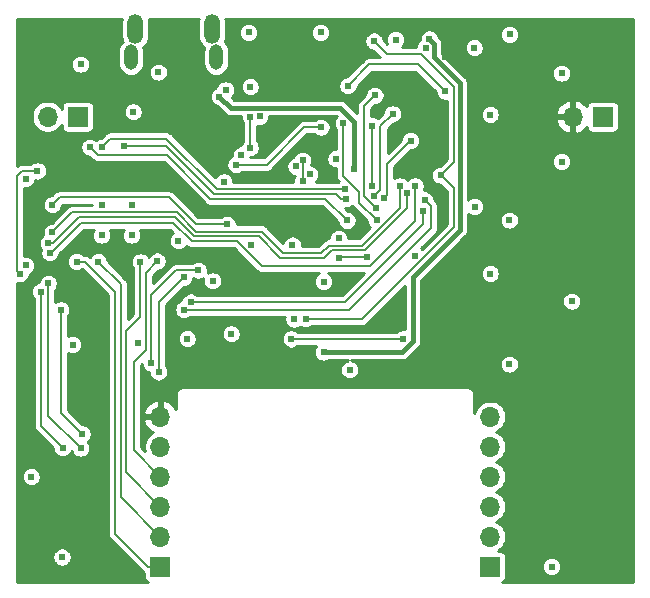
<source format=gbr>
G04 #@! TF.GenerationSoftware,KiCad,Pcbnew,5.1.10-88a1d61d58~88~ubuntu20.04.1*
G04 #@! TF.CreationDate,2021-06-15T20:39:53-04:00*
G04 #@! TF.ProjectId,oscope,6f73636f-7065-42e6-9b69-6361645f7063,rev?*
G04 #@! TF.SameCoordinates,PX3c8eee0PY31a8670*
G04 #@! TF.FileFunction,Copper,L3,Inr*
G04 #@! TF.FilePolarity,Positive*
%FSLAX46Y46*%
G04 Gerber Fmt 4.6, Leading zero omitted, Abs format (unit mm)*
G04 Created by KiCad (PCBNEW 5.1.10-88a1d61d58~88~ubuntu20.04.1) date 2021-06-15 20:39:53*
%MOMM*%
%LPD*%
G01*
G04 APERTURE LIST*
G04 #@! TA.AperFunction,ComponentPad*
%ADD10C,0.609600*%
G04 #@! TD*
G04 #@! TA.AperFunction,ComponentPad*
%ADD11O,1.160000X2.160000*%
G04 #@! TD*
G04 #@! TA.AperFunction,ComponentPad*
%ADD12O,1.320000X2.520000*%
G04 #@! TD*
G04 #@! TA.AperFunction,ComponentPad*
%ADD13O,1.700000X1.700000*%
G04 #@! TD*
G04 #@! TA.AperFunction,ComponentPad*
%ADD14R,1.700000X1.700000*%
G04 #@! TD*
G04 #@! TA.AperFunction,ViaPad*
%ADD15C,0.609600*%
G04 #@! TD*
G04 #@! TA.AperFunction,Conductor*
%ADD16C,0.203200*%
G04 #@! TD*
G04 #@! TA.AperFunction,Conductor*
%ADD17C,0.381000*%
G04 #@! TD*
G04 #@! TA.AperFunction,Conductor*
%ADD18C,0.254000*%
G04 #@! TD*
G04 #@! TA.AperFunction,Conductor*
%ADD19C,0.100000*%
G04 #@! TD*
G04 APERTURE END LIST*
D10*
X20320000Y-6350000D03*
D11*
X17458000Y-3860500D03*
X10228000Y-3860500D03*
D12*
X17098000Y-1460500D03*
X10588000Y-1460500D03*
D13*
X40640000Y-34290000D03*
X40640000Y-36830000D03*
X40640000Y-39370000D03*
X40640000Y-41910000D03*
X40640000Y-44450000D03*
D14*
X40640000Y-46990000D03*
X12700000Y-46990000D03*
D13*
X12700000Y-44450000D03*
X12700000Y-41910000D03*
X12700000Y-39370000D03*
X12700000Y-36830000D03*
X12700000Y-34290000D03*
D14*
X5715000Y-8890000D03*
D13*
X3175000Y-8890000D03*
X47625000Y-8890000D03*
D14*
X50165000Y-8890000D03*
D10*
X7747000Y-18923000D03*
X7747000Y-16383000D03*
X10287000Y-16383000D03*
X10287000Y-18923000D03*
D15*
X18237200Y-6629400D03*
X24206200Y-13106400D03*
X20193000Y-1752600D03*
X26289000Y-1752600D03*
X34264600Y-20650200D03*
X18719800Y-27279600D03*
X42265600Y-29844998D03*
X35179000Y-3073400D03*
X14986000Y-27686000D03*
X45847000Y-46990000D03*
X5969000Y-4445000D03*
X27584400Y-12446000D03*
X4394200Y-46177200D03*
X26543000Y-22860000D03*
X28752800Y-30327600D03*
X32638996Y-2362210D03*
X42265600Y-17653000D03*
X39293800Y-3048000D03*
X40640000Y-8712200D03*
X40640000Y-22174200D03*
X39319200Y-16510000D03*
X10820400Y-28067000D03*
X1320800Y-21488400D03*
X17145000Y-22783800D03*
X23901400Y-19761210D03*
X20396200Y-19761210D03*
X47548800Y-24511000D03*
X42291000Y-1930400D03*
X46685200Y-5207000D03*
X46685200Y-12700000D03*
X19558000Y-12141200D03*
X5283194Y-28194000D03*
X10414000Y-8483600D03*
X12547600Y-5130800D03*
X27815818Y-19195014D03*
X1778000Y-39370000D03*
X18084800Y-14401790D03*
X14256244Y-19407126D03*
X1320800Y-14147800D03*
X21132380Y-8863795D03*
X25349200Y-13766800D03*
X24028400Y-26035000D03*
X21742400Y-2540000D03*
X27686000Y-3962400D03*
X34290000Y-5410200D03*
X16637000Y-28778200D03*
X14020800Y-27711400D03*
X45974000Y-45085000D03*
X36830000Y-3835400D03*
X36830000Y-17322800D03*
X10287000Y-24612600D03*
X18008600Y-20421600D03*
X18262600Y-16713210D03*
X42291000Y-24511000D03*
X42291000Y-11379200D03*
X42291000Y-6527800D03*
X13817600Y-8509000D03*
X10718800Y-10033000D03*
X26466800Y-18821400D03*
X23876000Y-18135598D03*
X1778000Y-36830000D03*
X3098806Y-17805400D03*
X25044400Y-26009600D03*
X36449000Y-13843000D03*
X30810200Y-2489200D03*
X11963400Y-29768800D03*
X15925800Y-21894800D03*
X12573000Y-30505400D03*
X14681200Y-22504410D03*
X11033220Y-21176943D03*
X5629965Y-21169986D03*
X12459245Y-21120100D03*
X7456822Y-21171551D03*
X23799800Y-27711400D03*
X33274000Y-27711400D03*
X2311400Y-13487400D03*
X838200Y-22199600D03*
X4445000Y-36931600D03*
X2590804Y-23698200D03*
X5968997Y-36956997D03*
X3225810Y-23012400D03*
X6096000Y-35737800D03*
X4292600Y-25247600D03*
X32385000Y-8661400D03*
X30812545Y-15599425D03*
X15290800Y-24587200D03*
X30886500Y-7086500D03*
X30988000Y-16637000D03*
X34950400Y-16918425D03*
X33909000Y-10922000D03*
X31648401Y-15798800D03*
X35102800Y-15951200D03*
X14706600Y-25222200D03*
X24765000Y-12573000D03*
X24765000Y-14351006D03*
X20320000Y-8890000D03*
X20319316Y-11511072D03*
X26314400Y-9779000D03*
X19126200Y-12954000D03*
X9657400Y-11353053D03*
X28453833Y-15828154D03*
X7760447Y-11480800D03*
X28343976Y-14996359D03*
X28524200Y-17678400D03*
X6756400Y-11480800D03*
X3556000Y-16357600D03*
X18364200Y-18008590D03*
X34290000Y-14757400D03*
X3362577Y-20403003D03*
X33629600Y-15341600D03*
X3221701Y-19602489D03*
X32969200Y-14757400D03*
X3581400Y-18669000D03*
X28600400Y-6273800D03*
X36830000Y-6731022D03*
X31038800Y-17678400D03*
X28194000Y-9448801D03*
X30632400Y-9652000D03*
X30629759Y-14787196D03*
X29133804Y-13335000D03*
X26543000Y-28829000D03*
X17703800Y-7188200D03*
X35489353Y-2314929D03*
X30200600Y-20802600D03*
X27848719Y-20820637D03*
D16*
X37566600Y-18250410D02*
X37566600Y-14960600D01*
X37566600Y-14960600D02*
X36449000Y-13843000D01*
X25044400Y-26009600D02*
X29807410Y-26009600D01*
X29807410Y-26009600D02*
X37566600Y-18250410D01*
X36449000Y-13843000D02*
X37566600Y-12725400D01*
X37566600Y-6350000D02*
X34798000Y-3581400D01*
X37566600Y-12725400D02*
X37566600Y-6350000D01*
X31902400Y-3581400D02*
X30810200Y-2489200D01*
X34798000Y-3581400D02*
X31902400Y-3581400D01*
X11963400Y-29337748D02*
X11963400Y-29768800D01*
X14046200Y-21894800D02*
X11963400Y-23977600D01*
X11963400Y-23977600D02*
X11963400Y-29337748D01*
X15925800Y-21894800D02*
X14046200Y-21894800D01*
X12573000Y-24612610D02*
X14376401Y-22809209D01*
X14376401Y-22809209D02*
X14681200Y-22504410D01*
X12573000Y-30505400D02*
X12573000Y-24612610D01*
X12700000Y-41910000D02*
X9779000Y-38989000D01*
X11033220Y-21607995D02*
X11033220Y-21176943D01*
X9779000Y-38989000D02*
X9779000Y-27076400D01*
X9779000Y-27076400D02*
X11033219Y-25822181D01*
X11033219Y-25822181D02*
X11033220Y-21607995D01*
X5643579Y-21183600D02*
X5629965Y-21169986D01*
X8915400Y-23774400D02*
X6324600Y-21183600D01*
X8915400Y-44258600D02*
X8915400Y-23774400D01*
X6324600Y-21183600D02*
X5643579Y-21183600D01*
X11646800Y-46990000D02*
X8915400Y-44258600D01*
X12700000Y-46990000D02*
X11646800Y-46990000D01*
X12700000Y-39370000D02*
X10464800Y-37134800D01*
X10464800Y-37134800D02*
X10464800Y-29641800D01*
X10464800Y-29641800D02*
X11480801Y-28625799D01*
X11480801Y-28625799D02*
X11480801Y-22098544D01*
X11480801Y-22098544D02*
X12459245Y-21120100D01*
X9347200Y-41097200D02*
X12700000Y-44450000D01*
X9347200Y-23061929D02*
X9347200Y-41097200D01*
X7456822Y-21171551D02*
X9347200Y-23061929D01*
X23799800Y-27711400D02*
X33274000Y-27711400D01*
X584200Y-21945600D02*
X838200Y-22199600D01*
X584200Y-13919200D02*
X584200Y-21945600D01*
X1016000Y-13487400D02*
X584200Y-13919200D01*
X2311400Y-13487400D02*
X1016000Y-13487400D01*
X4445000Y-36931600D02*
X2590804Y-35077404D01*
X2590804Y-35077404D02*
X2590804Y-23698200D01*
X5968997Y-36956997D02*
X5968997Y-36957000D01*
X3225810Y-23990802D02*
X3225810Y-23012400D01*
X3225810Y-34213810D02*
X3225810Y-23990802D01*
X5968997Y-36956997D02*
X3225810Y-34213810D01*
X6070600Y-35737800D02*
X6096000Y-35737800D01*
X4292600Y-33959800D02*
X6070600Y-35737800D01*
X4292600Y-25247600D02*
X4292600Y-33959800D01*
X32385000Y-8661400D02*
X31343600Y-9702800D01*
X31343600Y-15068370D02*
X30812545Y-15599425D01*
X31343600Y-9702800D02*
X31343600Y-15068370D01*
X34950400Y-17983200D02*
X34950400Y-16918425D01*
X28346400Y-24587200D02*
X34950400Y-17983200D01*
X15290800Y-24587200D02*
X28346400Y-24587200D01*
X30886500Y-7086500D02*
X29972012Y-8000988D01*
X29972012Y-8000988D02*
X29972012Y-15621012D01*
X29972012Y-15621012D02*
X30988000Y-16637000D01*
X31927800Y-15519401D02*
X31648401Y-15798800D01*
X31927800Y-12877800D02*
X31927800Y-15519401D01*
X33909000Y-10922000D02*
X33883600Y-10922000D01*
X33883600Y-10922000D02*
X31927800Y-12877800D01*
X28727400Y-25222200D02*
X15137652Y-25222200D01*
X35610800Y-18338800D02*
X28727400Y-25222200D01*
X35610800Y-16459200D02*
X35610800Y-18338800D01*
X15137652Y-25222200D02*
X14706600Y-25222200D01*
X35102800Y-15951200D02*
X35610800Y-16459200D01*
X24765000Y-12573000D02*
X24765000Y-14351006D01*
X20320000Y-8890000D02*
X20320000Y-11510388D01*
X20320000Y-11510388D02*
X20319316Y-11511072D01*
X21742400Y-12954000D02*
X24917400Y-9779000D01*
X24917400Y-9779000D02*
X26314400Y-9779000D01*
X19278600Y-12954000D02*
X19126200Y-12954000D01*
X19278600Y-12954000D02*
X21742400Y-12954000D01*
X28022781Y-15828154D02*
X28453833Y-15828154D01*
X27612427Y-15417800D02*
X28022781Y-15828154D01*
X17246600Y-15417800D02*
X27612427Y-15417800D01*
X13181853Y-11353053D02*
X17246600Y-15417800D01*
X9657400Y-11353053D02*
X13181853Y-11353053D01*
X28328935Y-15011400D02*
X28343976Y-14996359D01*
X17500600Y-15011400D02*
X28328935Y-15011400D01*
X13232652Y-10743452D02*
X17500600Y-15011400D01*
X8497795Y-10743452D02*
X13232652Y-10743452D01*
X7760447Y-11480800D02*
X8497795Y-10743452D01*
X7416800Y-12141200D02*
X6756400Y-11480800D01*
X13258800Y-12141200D02*
X7416800Y-12141200D01*
X16941800Y-15824200D02*
X13258800Y-12141200D01*
X26670000Y-15824200D02*
X16941800Y-15824200D01*
X28524200Y-17678400D02*
X26670000Y-15824200D01*
X17933148Y-18008590D02*
X18364200Y-18008590D01*
X15697190Y-18008590D02*
X17933148Y-18008590D01*
X4191000Y-15722600D02*
X13411200Y-15722600D01*
X13411200Y-15722600D02*
X15697190Y-18008590D01*
X3556000Y-16357600D02*
X4191000Y-15722600D01*
X5973792Y-17856200D02*
X3426989Y-20403003D01*
X13792200Y-17856200D02*
X5973792Y-17856200D01*
X15367000Y-19431000D02*
X13792200Y-17856200D01*
X17734911Y-19431013D02*
X17734898Y-19431000D01*
X3426989Y-20403003D02*
X3362577Y-20403003D01*
X18993489Y-19431013D02*
X17734911Y-19431013D01*
X18993502Y-19431000D02*
X18993489Y-19431013D01*
X19202400Y-19431000D02*
X18993502Y-19431000D01*
X21310600Y-21539200D02*
X19202400Y-19431000D01*
X30505400Y-21539200D02*
X21310600Y-21539200D01*
X17734898Y-19431000D02*
X15367000Y-19431000D01*
X34290000Y-17754600D02*
X30505400Y-21539200D01*
X34290000Y-14757400D02*
X34290000Y-17754600D01*
X5856232Y-17399010D02*
X3652753Y-19602489D01*
X21031200Y-19024600D02*
X15560750Y-19024600D01*
X26604470Y-20878800D02*
X22885400Y-20878800D01*
X33629600Y-15341600D02*
X33629600Y-16611600D01*
X15560750Y-19024600D02*
X13935160Y-17399010D01*
X3652753Y-19602489D02*
X3221701Y-19602489D01*
X13935160Y-17399010D02*
X5856232Y-17399010D01*
X33629600Y-16611600D02*
X30030165Y-20211035D01*
X27272235Y-20211035D02*
X26604470Y-20878800D01*
X22885400Y-20878800D02*
X21031200Y-19024600D01*
X30030165Y-20211035D02*
X27272235Y-20211035D01*
X21310600Y-18618200D02*
X15729101Y-18618200D01*
X5257799Y-16992601D02*
X3581400Y-18669000D01*
X14103502Y-16992601D02*
X5257799Y-16992601D01*
X23139400Y-20447000D02*
X21310600Y-18618200D01*
X26339800Y-20447000D02*
X23139400Y-20447000D01*
X26982185Y-19804615D02*
X26339800Y-20447000D01*
X32969200Y-14757400D02*
X32969200Y-16650210D01*
X15729101Y-18618200D02*
X14103502Y-16992601D01*
X29814795Y-19804615D02*
X26982185Y-19804615D01*
X32969200Y-16650210D02*
X29814795Y-19804615D01*
X36830000Y-6731000D02*
X36830000Y-6731022D01*
X34569400Y-4470400D02*
X36830000Y-6731000D01*
X30403800Y-4470400D02*
X34569400Y-4470400D01*
X28600400Y-6273800D02*
X30403800Y-4470400D01*
X28194000Y-9879853D02*
X28194000Y-9448801D01*
X28194000Y-13893800D02*
X28194000Y-9879853D01*
X31038800Y-17678400D02*
X29565601Y-16205201D01*
X29565601Y-16205201D02*
X29565601Y-15265401D01*
X29565601Y-15265401D02*
X28194000Y-13893800D01*
X30629759Y-14787196D02*
X30629759Y-9654641D01*
X30629759Y-9654641D02*
X30632400Y-9652000D01*
D17*
X18669000Y-8153400D02*
X17703800Y-7188200D01*
X27932381Y-8153400D02*
X18669000Y-8153400D01*
X29133804Y-9354823D02*
X27932381Y-8153400D01*
X29133804Y-13335000D02*
X29133804Y-9354823D01*
X33190182Y-28829000D02*
X26543000Y-28829000D01*
X34112200Y-27906982D02*
X33190182Y-28829000D01*
X34112200Y-22453600D02*
X34112200Y-27906982D01*
X38061910Y-18503890D02*
X34112200Y-22453600D01*
X38061910Y-6057910D02*
X38061910Y-18503890D01*
X35877501Y-3873501D02*
X38061910Y-6057910D01*
X35877501Y-2703077D02*
X35877501Y-3873501D01*
X35489353Y-2314929D02*
X35877501Y-2703077D01*
D16*
X27866756Y-20802600D02*
X27848719Y-20820637D01*
X30200600Y-20802600D02*
X27866756Y-20802600D01*
D18*
X9436900Y-631532D02*
X9420000Y-803123D01*
X9420000Y-2117876D01*
X9436900Y-2289467D01*
X9503688Y-2509636D01*
X9517735Y-2535917D01*
X9454947Y-2587446D01*
X9318985Y-2753115D01*
X9217957Y-2942126D01*
X9155743Y-3147215D01*
X9140000Y-3307054D01*
X9140000Y-4413945D01*
X9155743Y-4573784D01*
X9217956Y-4778873D01*
X9318984Y-4967885D01*
X9454946Y-5133554D01*
X9620615Y-5269516D01*
X9809626Y-5370544D01*
X10014715Y-5432757D01*
X10228000Y-5453764D01*
X10441284Y-5432757D01*
X10646373Y-5370544D01*
X10835385Y-5269516D01*
X11001054Y-5133554D01*
X11069013Y-5050746D01*
X11734800Y-5050746D01*
X11734800Y-5210854D01*
X11766035Y-5367885D01*
X11827306Y-5515805D01*
X11916257Y-5648930D01*
X12029470Y-5762143D01*
X12162595Y-5851094D01*
X12310515Y-5912365D01*
X12467546Y-5943600D01*
X12627654Y-5943600D01*
X12784685Y-5912365D01*
X12932605Y-5851094D01*
X13065730Y-5762143D01*
X13178943Y-5648930D01*
X13267894Y-5515805D01*
X13329165Y-5367885D01*
X13360400Y-5210854D01*
X13360400Y-5050746D01*
X13329165Y-4893715D01*
X13267894Y-4745795D01*
X13178943Y-4612670D01*
X13065730Y-4499457D01*
X12932605Y-4410506D01*
X12784685Y-4349235D01*
X12627654Y-4318000D01*
X12467546Y-4318000D01*
X12310515Y-4349235D01*
X12162595Y-4410506D01*
X12029470Y-4499457D01*
X11916257Y-4612670D01*
X11827306Y-4745795D01*
X11766035Y-4893715D01*
X11734800Y-5050746D01*
X11069013Y-5050746D01*
X11137016Y-4967885D01*
X11238044Y-4778874D01*
X11300257Y-4573785D01*
X11316000Y-4413946D01*
X11316000Y-3307054D01*
X11300257Y-3147215D01*
X11261329Y-3018888D01*
X11417897Y-2890397D01*
X11563855Y-2712546D01*
X11672312Y-2509637D01*
X11739100Y-2289468D01*
X11756000Y-2117877D01*
X11756000Y-803123D01*
X11739100Y-631532D01*
X11724378Y-583000D01*
X15961622Y-583000D01*
X15946900Y-631532D01*
X15930000Y-803123D01*
X15930000Y-2117876D01*
X15946900Y-2289467D01*
X16013688Y-2509636D01*
X16122145Y-2712545D01*
X16268103Y-2890397D01*
X16424671Y-3018889D01*
X16385743Y-3147215D01*
X16370000Y-3307054D01*
X16370000Y-4413945D01*
X16385743Y-4573784D01*
X16447956Y-4778873D01*
X16548984Y-4967885D01*
X16684946Y-5133554D01*
X16850615Y-5269516D01*
X17039626Y-5370544D01*
X17244715Y-5432757D01*
X17458000Y-5453764D01*
X17671284Y-5432757D01*
X17876373Y-5370544D01*
X18065385Y-5269516D01*
X18231054Y-5133554D01*
X18367016Y-4967885D01*
X18468044Y-4778874D01*
X18530257Y-4573785D01*
X18546000Y-4413946D01*
X18546000Y-3307054D01*
X18530257Y-3147215D01*
X18468044Y-2942126D01*
X18367016Y-2753115D01*
X18231054Y-2587446D01*
X18168265Y-2535916D01*
X18182312Y-2509637D01*
X18249100Y-2289468D01*
X18266000Y-2117877D01*
X18266000Y-1672546D01*
X19380200Y-1672546D01*
X19380200Y-1832654D01*
X19411435Y-1989685D01*
X19472706Y-2137605D01*
X19561657Y-2270730D01*
X19674870Y-2383943D01*
X19807995Y-2472894D01*
X19955915Y-2534165D01*
X20112946Y-2565400D01*
X20273054Y-2565400D01*
X20430085Y-2534165D01*
X20578005Y-2472894D01*
X20711130Y-2383943D01*
X20824343Y-2270730D01*
X20913294Y-2137605D01*
X20974565Y-1989685D01*
X21005800Y-1832654D01*
X21005800Y-1672546D01*
X25476200Y-1672546D01*
X25476200Y-1832654D01*
X25507435Y-1989685D01*
X25568706Y-2137605D01*
X25657657Y-2270730D01*
X25770870Y-2383943D01*
X25903995Y-2472894D01*
X26051915Y-2534165D01*
X26208946Y-2565400D01*
X26369054Y-2565400D01*
X26526085Y-2534165D01*
X26674005Y-2472894D01*
X26807130Y-2383943D01*
X26920343Y-2270730D01*
X27009294Y-2137605D01*
X27070565Y-1989685D01*
X27101800Y-1832654D01*
X27101800Y-1672546D01*
X27070565Y-1515515D01*
X27009294Y-1367595D01*
X26920343Y-1234470D01*
X26807130Y-1121257D01*
X26674005Y-1032306D01*
X26526085Y-971035D01*
X26369054Y-939800D01*
X26208946Y-939800D01*
X26051915Y-971035D01*
X25903995Y-1032306D01*
X25770870Y-1121257D01*
X25657657Y-1234470D01*
X25568706Y-1367595D01*
X25507435Y-1515515D01*
X25476200Y-1672546D01*
X21005800Y-1672546D01*
X20974565Y-1515515D01*
X20913294Y-1367595D01*
X20824343Y-1234470D01*
X20711130Y-1121257D01*
X20578005Y-1032306D01*
X20430085Y-971035D01*
X20273054Y-939800D01*
X20112946Y-939800D01*
X19955915Y-971035D01*
X19807995Y-1032306D01*
X19674870Y-1121257D01*
X19561657Y-1234470D01*
X19472706Y-1367595D01*
X19411435Y-1515515D01*
X19380200Y-1672546D01*
X18266000Y-1672546D01*
X18266000Y-803123D01*
X18249100Y-631532D01*
X18234378Y-583000D01*
X52757000Y-583000D01*
X52757001Y-48312000D01*
X41684028Y-48312000D01*
X41685343Y-48311601D01*
X41773595Y-48264429D01*
X41850948Y-48200948D01*
X41914429Y-48123595D01*
X41961601Y-48035343D01*
X41990649Y-47939585D01*
X42000457Y-47840000D01*
X42000457Y-46909946D01*
X45034200Y-46909946D01*
X45034200Y-47070054D01*
X45065435Y-47227085D01*
X45126706Y-47375005D01*
X45215657Y-47508130D01*
X45328870Y-47621343D01*
X45461995Y-47710294D01*
X45609915Y-47771565D01*
X45766946Y-47802800D01*
X45927054Y-47802800D01*
X46084085Y-47771565D01*
X46232005Y-47710294D01*
X46365130Y-47621343D01*
X46478343Y-47508130D01*
X46567294Y-47375005D01*
X46628565Y-47227085D01*
X46659800Y-47070054D01*
X46659800Y-46909946D01*
X46628565Y-46752915D01*
X46567294Y-46604995D01*
X46478343Y-46471870D01*
X46365130Y-46358657D01*
X46232005Y-46269706D01*
X46084085Y-46208435D01*
X45927054Y-46177200D01*
X45766946Y-46177200D01*
X45609915Y-46208435D01*
X45461995Y-46269706D01*
X45328870Y-46358657D01*
X45215657Y-46471870D01*
X45126706Y-46604995D01*
X45065435Y-46752915D01*
X45034200Y-46909946D01*
X42000457Y-46909946D01*
X42000457Y-46140000D01*
X41990649Y-46040415D01*
X41961601Y-45944657D01*
X41914429Y-45856405D01*
X41850948Y-45779052D01*
X41773595Y-45715571D01*
X41685343Y-45668399D01*
X41589585Y-45639351D01*
X41490000Y-45629543D01*
X41319025Y-45629543D01*
X41505675Y-45504828D01*
X41694828Y-45315675D01*
X41843444Y-45093254D01*
X41945813Y-44846114D01*
X41998000Y-44583751D01*
X41998000Y-44316249D01*
X41945813Y-44053886D01*
X41843444Y-43806746D01*
X41694828Y-43584325D01*
X41505675Y-43395172D01*
X41283254Y-43246556D01*
X41122574Y-43180000D01*
X41283254Y-43113444D01*
X41505675Y-42964828D01*
X41694828Y-42775675D01*
X41843444Y-42553254D01*
X41945813Y-42306114D01*
X41998000Y-42043751D01*
X41998000Y-41776249D01*
X41945813Y-41513886D01*
X41843444Y-41266746D01*
X41694828Y-41044325D01*
X41505675Y-40855172D01*
X41283254Y-40706556D01*
X41122574Y-40640000D01*
X41283254Y-40573444D01*
X41505675Y-40424828D01*
X41694828Y-40235675D01*
X41843444Y-40013254D01*
X41945813Y-39766114D01*
X41998000Y-39503751D01*
X41998000Y-39236249D01*
X41945813Y-38973886D01*
X41843444Y-38726746D01*
X41694828Y-38504325D01*
X41505675Y-38315172D01*
X41283254Y-38166556D01*
X41122574Y-38100000D01*
X41283254Y-38033444D01*
X41505675Y-37884828D01*
X41694828Y-37695675D01*
X41843444Y-37473254D01*
X41945813Y-37226114D01*
X41998000Y-36963751D01*
X41998000Y-36696249D01*
X41945813Y-36433886D01*
X41843444Y-36186746D01*
X41694828Y-35964325D01*
X41505675Y-35775172D01*
X41283254Y-35626556D01*
X41122574Y-35560000D01*
X41283254Y-35493444D01*
X41505675Y-35344828D01*
X41694828Y-35155675D01*
X41843444Y-34933254D01*
X41945813Y-34686114D01*
X41998000Y-34423751D01*
X41998000Y-34156249D01*
X41945813Y-33893886D01*
X41843444Y-33646746D01*
X41694828Y-33424325D01*
X41505675Y-33235172D01*
X41283254Y-33086556D01*
X41036114Y-32984187D01*
X40773751Y-32932000D01*
X40506249Y-32932000D01*
X40243886Y-32984187D01*
X39996746Y-33086556D01*
X39774325Y-33235172D01*
X39585172Y-33424325D01*
X39436556Y-33646746D01*
X39334187Y-33893886D01*
X39318000Y-33975264D01*
X39318000Y-32413633D01*
X39320820Y-32385000D01*
X39309564Y-32270712D01*
X39276227Y-32160816D01*
X39222092Y-32059536D01*
X39149237Y-31970763D01*
X39060464Y-31897908D01*
X38959184Y-31843773D01*
X38849288Y-31810436D01*
X38763633Y-31802000D01*
X38735000Y-31799180D01*
X38706367Y-31802000D01*
X14633633Y-31802000D01*
X14605000Y-31799180D01*
X14576367Y-31802000D01*
X14490712Y-31810436D01*
X14380816Y-31843773D01*
X14279536Y-31897908D01*
X14190763Y-31970763D01*
X14117908Y-32059536D01*
X14063773Y-32160816D01*
X14030436Y-32270712D01*
X14019180Y-32385000D01*
X14022000Y-32413633D01*
X14022000Y-33628808D01*
X13971641Y-33523080D01*
X13797588Y-33289731D01*
X13581355Y-33094822D01*
X13331252Y-32945843D01*
X13056891Y-32848519D01*
X12827000Y-32969186D01*
X12827000Y-34163000D01*
X12847000Y-34163000D01*
X12847000Y-34417000D01*
X12827000Y-34417000D01*
X12827000Y-34437000D01*
X12573000Y-34437000D01*
X12573000Y-34417000D01*
X11379845Y-34417000D01*
X11258524Y-34646890D01*
X11303175Y-34794099D01*
X11428359Y-35056920D01*
X11602412Y-35290269D01*
X11818645Y-35485178D01*
X12056389Y-35626795D01*
X11834325Y-35775172D01*
X11645172Y-35964325D01*
X11496556Y-36186746D01*
X11394187Y-36433886D01*
X11342000Y-36696249D01*
X11342000Y-36963751D01*
X11388220Y-37196117D01*
X11074400Y-36882297D01*
X11074400Y-33933110D01*
X11258524Y-33933110D01*
X11379845Y-34163000D01*
X12573000Y-34163000D01*
X12573000Y-32969186D01*
X12343109Y-32848519D01*
X12068748Y-32945843D01*
X11818645Y-33094822D01*
X11602412Y-33289731D01*
X11428359Y-33523080D01*
X11303175Y-33785901D01*
X11258524Y-33933110D01*
X11074400Y-33933110D01*
X11074400Y-29894303D01*
X11150600Y-29818104D01*
X11150600Y-29848854D01*
X11181835Y-30005885D01*
X11243106Y-30153805D01*
X11332057Y-30286930D01*
X11445270Y-30400143D01*
X11578395Y-30489094D01*
X11726315Y-30550365D01*
X11760200Y-30557105D01*
X11760200Y-30585454D01*
X11791435Y-30742485D01*
X11852706Y-30890405D01*
X11941657Y-31023530D01*
X12054870Y-31136743D01*
X12187995Y-31225694D01*
X12335915Y-31286965D01*
X12492946Y-31318200D01*
X12653054Y-31318200D01*
X12810085Y-31286965D01*
X12958005Y-31225694D01*
X13091130Y-31136743D01*
X13204343Y-31023530D01*
X13293294Y-30890405D01*
X13354565Y-30742485D01*
X13385800Y-30585454D01*
X13385800Y-30425346D01*
X13354565Y-30268315D01*
X13293294Y-30120395D01*
X13204343Y-29987270D01*
X13182600Y-29965527D01*
X13182600Y-27605946D01*
X14173200Y-27605946D01*
X14173200Y-27766054D01*
X14204435Y-27923085D01*
X14265706Y-28071005D01*
X14354657Y-28204130D01*
X14467870Y-28317343D01*
X14600995Y-28406294D01*
X14748915Y-28467565D01*
X14905946Y-28498800D01*
X15066054Y-28498800D01*
X15223085Y-28467565D01*
X15371005Y-28406294D01*
X15504130Y-28317343D01*
X15617343Y-28204130D01*
X15706294Y-28071005D01*
X15767565Y-27923085D01*
X15798800Y-27766054D01*
X15798800Y-27605946D01*
X15767565Y-27448915D01*
X15706294Y-27300995D01*
X15638509Y-27199546D01*
X17907000Y-27199546D01*
X17907000Y-27359654D01*
X17938235Y-27516685D01*
X17999506Y-27664605D01*
X18088457Y-27797730D01*
X18201670Y-27910943D01*
X18334795Y-27999894D01*
X18482715Y-28061165D01*
X18639746Y-28092400D01*
X18799854Y-28092400D01*
X18956885Y-28061165D01*
X19104805Y-27999894D01*
X19237930Y-27910943D01*
X19351143Y-27797730D01*
X19440094Y-27664605D01*
X19501365Y-27516685D01*
X19532600Y-27359654D01*
X19532600Y-27199546D01*
X19501365Y-27042515D01*
X19440094Y-26894595D01*
X19351143Y-26761470D01*
X19237930Y-26648257D01*
X19104805Y-26559306D01*
X18956885Y-26498035D01*
X18799854Y-26466800D01*
X18639746Y-26466800D01*
X18482715Y-26498035D01*
X18334795Y-26559306D01*
X18201670Y-26648257D01*
X18088457Y-26761470D01*
X17999506Y-26894595D01*
X17938235Y-27042515D01*
X17907000Y-27199546D01*
X15638509Y-27199546D01*
X15617343Y-27167870D01*
X15504130Y-27054657D01*
X15371005Y-26965706D01*
X15223085Y-26904435D01*
X15066054Y-26873200D01*
X14905946Y-26873200D01*
X14748915Y-26904435D01*
X14600995Y-26965706D01*
X14467870Y-27054657D01*
X14354657Y-27167870D01*
X14265706Y-27300995D01*
X14204435Y-27448915D01*
X14173200Y-27605946D01*
X13182600Y-27605946D01*
X13182600Y-24865113D01*
X14730504Y-23317210D01*
X14761254Y-23317210D01*
X14918285Y-23285975D01*
X15066205Y-23224704D01*
X15199330Y-23135753D01*
X15312543Y-23022540D01*
X15401494Y-22889415D01*
X15462765Y-22741495D01*
X15494000Y-22584464D01*
X15494000Y-22583827D01*
X15540795Y-22615094D01*
X15688715Y-22676365D01*
X15845746Y-22707600D01*
X16005854Y-22707600D01*
X16162885Y-22676365D01*
X16310805Y-22615094D01*
X16355816Y-22585019D01*
X16332200Y-22703746D01*
X16332200Y-22863854D01*
X16363435Y-23020885D01*
X16424706Y-23168805D01*
X16513657Y-23301930D01*
X16626870Y-23415143D01*
X16759995Y-23504094D01*
X16907915Y-23565365D01*
X17064946Y-23596600D01*
X17225054Y-23596600D01*
X17382085Y-23565365D01*
X17530005Y-23504094D01*
X17663130Y-23415143D01*
X17776343Y-23301930D01*
X17865294Y-23168805D01*
X17926565Y-23020885D01*
X17957800Y-22863854D01*
X17957800Y-22703746D01*
X17926565Y-22546715D01*
X17865294Y-22398795D01*
X17776343Y-22265670D01*
X17663130Y-22152457D01*
X17530005Y-22063506D01*
X17382085Y-22002235D01*
X17225054Y-21971000D01*
X17064946Y-21971000D01*
X16907915Y-22002235D01*
X16759995Y-22063506D01*
X16714984Y-22093581D01*
X16738600Y-21974854D01*
X16738600Y-21814746D01*
X16707365Y-21657715D01*
X16646094Y-21509795D01*
X16557143Y-21376670D01*
X16443930Y-21263457D01*
X16310805Y-21174506D01*
X16162885Y-21113235D01*
X16005854Y-21082000D01*
X15845746Y-21082000D01*
X15688715Y-21113235D01*
X15540795Y-21174506D01*
X15407670Y-21263457D01*
X15385927Y-21285200D01*
X14076141Y-21285200D01*
X14046199Y-21282251D01*
X13926697Y-21294021D01*
X13896762Y-21303102D01*
X13811788Y-21328879D01*
X13705886Y-21385484D01*
X13613062Y-21461662D01*
X13593969Y-21484927D01*
X12090401Y-22988496D01*
X12090401Y-22351047D01*
X12508549Y-21932900D01*
X12539299Y-21932900D01*
X12696330Y-21901665D01*
X12844250Y-21840394D01*
X12977375Y-21751443D01*
X13090588Y-21638230D01*
X13179539Y-21505105D01*
X13240810Y-21357185D01*
X13272045Y-21200154D01*
X13272045Y-21040046D01*
X13240810Y-20883015D01*
X13179539Y-20735095D01*
X13090588Y-20601970D01*
X12977375Y-20488757D01*
X12844250Y-20399806D01*
X12696330Y-20338535D01*
X12539299Y-20307300D01*
X12379191Y-20307300D01*
X12222160Y-20338535D01*
X12074240Y-20399806D01*
X11941115Y-20488757D01*
X11827902Y-20601970D01*
X11738951Y-20735095D01*
X11729989Y-20756731D01*
X11664563Y-20658813D01*
X11551350Y-20545600D01*
X11418225Y-20456649D01*
X11270305Y-20395378D01*
X11113274Y-20364143D01*
X10953166Y-20364143D01*
X10796135Y-20395378D01*
X10648215Y-20456649D01*
X10515090Y-20545600D01*
X10401877Y-20658813D01*
X10312926Y-20791938D01*
X10251655Y-20939858D01*
X10220420Y-21096889D01*
X10220420Y-21256997D01*
X10251655Y-21414028D01*
X10312926Y-21561948D01*
X10401877Y-21695073D01*
X10423621Y-21716817D01*
X10423619Y-25569676D01*
X9956800Y-26036496D01*
X9956800Y-23091867D01*
X9959749Y-23061928D01*
X9955706Y-23020885D01*
X9947979Y-22942427D01*
X9913121Y-22827517D01*
X9856516Y-22721615D01*
X9780338Y-22628791D01*
X9757074Y-22609699D01*
X8269622Y-21122248D01*
X8269622Y-21091497D01*
X8238387Y-20934466D01*
X8177116Y-20786546D01*
X8088165Y-20653421D01*
X7974952Y-20540208D01*
X7841827Y-20451257D01*
X7693907Y-20389986D01*
X7536876Y-20358751D01*
X7376768Y-20358751D01*
X7219737Y-20389986D01*
X7071817Y-20451257D01*
X6938692Y-20540208D01*
X6825479Y-20653421D01*
X6759337Y-20752410D01*
X6757738Y-20750462D01*
X6664914Y-20674284D01*
X6559012Y-20617679D01*
X6444102Y-20582821D01*
X6324600Y-20571051D01*
X6294659Y-20574000D01*
X6183452Y-20574000D01*
X6148095Y-20538643D01*
X6014970Y-20449692D01*
X5867050Y-20388421D01*
X5710019Y-20357186D01*
X5549911Y-20357186D01*
X5392880Y-20388421D01*
X5244960Y-20449692D01*
X5111835Y-20538643D01*
X4998622Y-20651856D01*
X4909671Y-20784981D01*
X4848400Y-20932901D01*
X4817165Y-21089932D01*
X4817165Y-21250040D01*
X4848400Y-21407071D01*
X4909671Y-21554991D01*
X4998622Y-21688116D01*
X5111835Y-21801329D01*
X5244960Y-21890280D01*
X5392880Y-21951551D01*
X5549911Y-21982786D01*
X5710019Y-21982786D01*
X5867050Y-21951551D01*
X6014970Y-21890280D01*
X6107410Y-21828514D01*
X8305801Y-24026906D01*
X8305800Y-44228658D01*
X8302851Y-44258600D01*
X8305800Y-44288540D01*
X8314621Y-44378101D01*
X8349479Y-44493011D01*
X8406084Y-44598913D01*
X8482262Y-44691738D01*
X8505532Y-44710835D01*
X11194569Y-47399873D01*
X11213662Y-47423138D01*
X11306486Y-47499316D01*
X11339543Y-47516985D01*
X11339543Y-47840000D01*
X11349351Y-47939585D01*
X11378399Y-48035343D01*
X11425571Y-48123595D01*
X11489052Y-48200948D01*
X11566405Y-48264429D01*
X11654657Y-48311601D01*
X11655972Y-48312000D01*
X583000Y-48312000D01*
X583000Y-46097146D01*
X3581400Y-46097146D01*
X3581400Y-46257254D01*
X3612635Y-46414285D01*
X3673906Y-46562205D01*
X3762857Y-46695330D01*
X3876070Y-46808543D01*
X4009195Y-46897494D01*
X4157115Y-46958765D01*
X4314146Y-46990000D01*
X4474254Y-46990000D01*
X4631285Y-46958765D01*
X4779205Y-46897494D01*
X4912330Y-46808543D01*
X5025543Y-46695330D01*
X5114494Y-46562205D01*
X5175765Y-46414285D01*
X5207000Y-46257254D01*
X5207000Y-46097146D01*
X5175765Y-45940115D01*
X5114494Y-45792195D01*
X5025543Y-45659070D01*
X4912330Y-45545857D01*
X4779205Y-45456906D01*
X4631285Y-45395635D01*
X4474254Y-45364400D01*
X4314146Y-45364400D01*
X4157115Y-45395635D01*
X4009195Y-45456906D01*
X3876070Y-45545857D01*
X3762857Y-45659070D01*
X3673906Y-45792195D01*
X3612635Y-45940115D01*
X3581400Y-46097146D01*
X583000Y-46097146D01*
X583000Y-39289946D01*
X965200Y-39289946D01*
X965200Y-39450054D01*
X996435Y-39607085D01*
X1057706Y-39755005D01*
X1146657Y-39888130D01*
X1259870Y-40001343D01*
X1392995Y-40090294D01*
X1540915Y-40151565D01*
X1697946Y-40182800D01*
X1858054Y-40182800D01*
X2015085Y-40151565D01*
X2163005Y-40090294D01*
X2296130Y-40001343D01*
X2409343Y-39888130D01*
X2498294Y-39755005D01*
X2559565Y-39607085D01*
X2590800Y-39450054D01*
X2590800Y-39289946D01*
X2559565Y-39132915D01*
X2498294Y-38984995D01*
X2409343Y-38851870D01*
X2296130Y-38738657D01*
X2163005Y-38649706D01*
X2015085Y-38588435D01*
X1858054Y-38557200D01*
X1697946Y-38557200D01*
X1540915Y-38588435D01*
X1392995Y-38649706D01*
X1259870Y-38738657D01*
X1146657Y-38851870D01*
X1057706Y-38984995D01*
X996435Y-39132915D01*
X965200Y-39289946D01*
X583000Y-39289946D01*
X583000Y-23618146D01*
X1778004Y-23618146D01*
X1778004Y-23778254D01*
X1809239Y-23935285D01*
X1870510Y-24083205D01*
X1959461Y-24216330D01*
X1981205Y-24238074D01*
X1981204Y-35047462D01*
X1978255Y-35077404D01*
X1990025Y-35196906D01*
X2000599Y-35231764D01*
X2024883Y-35311815D01*
X2081488Y-35417717D01*
X2157666Y-35510542D01*
X2180936Y-35529639D01*
X3632200Y-36980904D01*
X3632200Y-37011654D01*
X3663435Y-37168685D01*
X3724706Y-37316605D01*
X3813657Y-37449730D01*
X3926870Y-37562943D01*
X4059995Y-37651894D01*
X4207915Y-37713165D01*
X4364946Y-37744400D01*
X4525054Y-37744400D01*
X4682085Y-37713165D01*
X4830005Y-37651894D01*
X4963130Y-37562943D01*
X5076343Y-37449730D01*
X5165294Y-37316605D01*
X5201739Y-37228621D01*
X5248703Y-37342002D01*
X5337654Y-37475127D01*
X5450867Y-37588340D01*
X5583992Y-37677291D01*
X5731912Y-37738562D01*
X5888943Y-37769797D01*
X6049051Y-37769797D01*
X6206082Y-37738562D01*
X6354002Y-37677291D01*
X6487127Y-37588340D01*
X6600340Y-37475127D01*
X6689291Y-37342002D01*
X6750562Y-37194082D01*
X6781797Y-37037051D01*
X6781797Y-36876943D01*
X6750562Y-36719912D01*
X6689291Y-36571992D01*
X6600340Y-36438867D01*
X6564067Y-36402594D01*
X6614130Y-36369143D01*
X6727343Y-36255930D01*
X6816294Y-36122805D01*
X6877565Y-35974885D01*
X6908800Y-35817854D01*
X6908800Y-35657746D01*
X6877565Y-35500715D01*
X6816294Y-35352795D01*
X6727343Y-35219670D01*
X6614130Y-35106457D01*
X6481005Y-35017506D01*
X6333085Y-34956235D01*
X6176054Y-34925000D01*
X6119904Y-34925000D01*
X4902200Y-33707297D01*
X4902200Y-28915955D01*
X5046109Y-28975565D01*
X5203140Y-29006800D01*
X5363248Y-29006800D01*
X5520279Y-28975565D01*
X5668199Y-28914294D01*
X5801324Y-28825343D01*
X5914537Y-28712130D01*
X6003488Y-28579005D01*
X6064759Y-28431085D01*
X6095994Y-28274054D01*
X6095994Y-28113946D01*
X6064759Y-27956915D01*
X6003488Y-27808995D01*
X5914537Y-27675870D01*
X5801324Y-27562657D01*
X5668199Y-27473706D01*
X5520279Y-27412435D01*
X5363248Y-27381200D01*
X5203140Y-27381200D01*
X5046109Y-27412435D01*
X4902200Y-27472045D01*
X4902200Y-25787473D01*
X4923943Y-25765730D01*
X5012894Y-25632605D01*
X5074165Y-25484685D01*
X5105400Y-25327654D01*
X5105400Y-25167546D01*
X5074165Y-25010515D01*
X5012894Y-24862595D01*
X4923943Y-24729470D01*
X4810730Y-24616257D01*
X4677605Y-24527306D01*
X4529685Y-24466035D01*
X4372654Y-24434800D01*
X4212546Y-24434800D01*
X4055515Y-24466035D01*
X3907595Y-24527306D01*
X3835410Y-24575538D01*
X3835410Y-23552273D01*
X3857153Y-23530530D01*
X3946104Y-23397405D01*
X4007375Y-23249485D01*
X4038610Y-23092454D01*
X4038610Y-22932346D01*
X4007375Y-22775315D01*
X3946104Y-22627395D01*
X3857153Y-22494270D01*
X3743940Y-22381057D01*
X3610815Y-22292106D01*
X3462895Y-22230835D01*
X3305864Y-22199600D01*
X3145756Y-22199600D01*
X2988725Y-22230835D01*
X2840805Y-22292106D01*
X2707680Y-22381057D01*
X2594467Y-22494270D01*
X2505516Y-22627395D01*
X2444245Y-22775315D01*
X2418706Y-22903708D01*
X2353719Y-22916635D01*
X2205799Y-22977906D01*
X2072674Y-23066857D01*
X1959461Y-23180070D01*
X1870510Y-23313195D01*
X1809239Y-23461115D01*
X1778004Y-23618146D01*
X583000Y-23618146D01*
X583000Y-22973661D01*
X601115Y-22981165D01*
X758146Y-23012400D01*
X918254Y-23012400D01*
X1075285Y-22981165D01*
X1223205Y-22919894D01*
X1356330Y-22830943D01*
X1469543Y-22717730D01*
X1558494Y-22584605D01*
X1619765Y-22436685D01*
X1651000Y-22279654D01*
X1651000Y-22231395D01*
X1705805Y-22208694D01*
X1838930Y-22119743D01*
X1952143Y-22006530D01*
X2041094Y-21873405D01*
X2102365Y-21725485D01*
X2133600Y-21568454D01*
X2133600Y-21408346D01*
X2102365Y-21251315D01*
X2041094Y-21103395D01*
X1952143Y-20970270D01*
X1838930Y-20857057D01*
X1705805Y-20768106D01*
X1557885Y-20706835D01*
X1400854Y-20675600D01*
X1240746Y-20675600D01*
X1193800Y-20684938D01*
X1193800Y-19522435D01*
X2408901Y-19522435D01*
X2408901Y-19682543D01*
X2440136Y-19839574D01*
X2501407Y-19987494D01*
X2590358Y-20120619D01*
X2597017Y-20127278D01*
X2581012Y-20165918D01*
X2549777Y-20322949D01*
X2549777Y-20483057D01*
X2581012Y-20640088D01*
X2642283Y-20788008D01*
X2731234Y-20921133D01*
X2844447Y-21034346D01*
X2977572Y-21123297D01*
X3125492Y-21184568D01*
X3282523Y-21215803D01*
X3442631Y-21215803D01*
X3599662Y-21184568D01*
X3747582Y-21123297D01*
X3880707Y-21034346D01*
X3993920Y-20921133D01*
X4082871Y-20788008D01*
X4144142Y-20640088D01*
X4167019Y-20525076D01*
X6226297Y-18465800D01*
X7074945Y-18465800D01*
X7026706Y-18537995D01*
X6965435Y-18685915D01*
X6934200Y-18842946D01*
X6934200Y-19003054D01*
X6965435Y-19160085D01*
X7026706Y-19308005D01*
X7115657Y-19441130D01*
X7228870Y-19554343D01*
X7361995Y-19643294D01*
X7509915Y-19704565D01*
X7666946Y-19735800D01*
X7827054Y-19735800D01*
X7984085Y-19704565D01*
X8132005Y-19643294D01*
X8265130Y-19554343D01*
X8378343Y-19441130D01*
X8467294Y-19308005D01*
X8528565Y-19160085D01*
X8559800Y-19003054D01*
X8559800Y-18842946D01*
X8528565Y-18685915D01*
X8467294Y-18537995D01*
X8419055Y-18465800D01*
X9614945Y-18465800D01*
X9566706Y-18537995D01*
X9505435Y-18685915D01*
X9474200Y-18842946D01*
X9474200Y-19003054D01*
X9505435Y-19160085D01*
X9566706Y-19308005D01*
X9655657Y-19441130D01*
X9768870Y-19554343D01*
X9901995Y-19643294D01*
X10049915Y-19704565D01*
X10206946Y-19735800D01*
X10367054Y-19735800D01*
X10524085Y-19704565D01*
X10672005Y-19643294D01*
X10805130Y-19554343D01*
X10918343Y-19441130D01*
X11007294Y-19308005D01*
X11068565Y-19160085D01*
X11099800Y-19003054D01*
X11099800Y-18842946D01*
X11068565Y-18685915D01*
X11007294Y-18537995D01*
X10959055Y-18465800D01*
X13539697Y-18465800D01*
X13804993Y-18731096D01*
X13738114Y-18775783D01*
X13624901Y-18888996D01*
X13535950Y-19022121D01*
X13474679Y-19170041D01*
X13443444Y-19327072D01*
X13443444Y-19487180D01*
X13474679Y-19644211D01*
X13535950Y-19792131D01*
X13624901Y-19925256D01*
X13738114Y-20038469D01*
X13871239Y-20127420D01*
X14019159Y-20188691D01*
X14176190Y-20219926D01*
X14336298Y-20219926D01*
X14493329Y-20188691D01*
X14641249Y-20127420D01*
X14774374Y-20038469D01*
X14887587Y-19925256D01*
X14930865Y-19860486D01*
X14933862Y-19864138D01*
X15026686Y-19940316D01*
X15125482Y-19993123D01*
X15132588Y-19996921D01*
X15247497Y-20031779D01*
X15367000Y-20043549D01*
X15396941Y-20040600D01*
X17704838Y-20040600D01*
X17704970Y-20040613D01*
X17704971Y-20040613D01*
X17734910Y-20043562D01*
X17764849Y-20040613D01*
X18949910Y-20040613D01*
X20858369Y-21949073D01*
X20877462Y-21972338D01*
X20970286Y-22048516D01*
X21076188Y-22105121D01*
X21155604Y-22129212D01*
X21191097Y-22139979D01*
X21310599Y-22151749D01*
X21340541Y-22148800D01*
X26144385Y-22148800D01*
X26024870Y-22228657D01*
X25911657Y-22341870D01*
X25822706Y-22474995D01*
X25761435Y-22622915D01*
X25730200Y-22779946D01*
X25730200Y-22940054D01*
X25761435Y-23097085D01*
X25822706Y-23245005D01*
X25911657Y-23378130D01*
X26024870Y-23491343D01*
X26157995Y-23580294D01*
X26305915Y-23641565D01*
X26462946Y-23672800D01*
X26623054Y-23672800D01*
X26780085Y-23641565D01*
X26928005Y-23580294D01*
X27061130Y-23491343D01*
X27174343Y-23378130D01*
X27263294Y-23245005D01*
X27324565Y-23097085D01*
X27355800Y-22940054D01*
X27355800Y-22779946D01*
X27324565Y-22622915D01*
X27263294Y-22474995D01*
X27174343Y-22341870D01*
X27061130Y-22228657D01*
X26941615Y-22148800D01*
X29922696Y-22148800D01*
X28093897Y-23977600D01*
X15830673Y-23977600D01*
X15808930Y-23955857D01*
X15675805Y-23866906D01*
X15527885Y-23805635D01*
X15370854Y-23774400D01*
X15210746Y-23774400D01*
X15053715Y-23805635D01*
X14905795Y-23866906D01*
X14772670Y-23955857D01*
X14659457Y-24069070D01*
X14570506Y-24202195D01*
X14509235Y-24350115D01*
X14492124Y-24436138D01*
X14469515Y-24440635D01*
X14321595Y-24501906D01*
X14188470Y-24590857D01*
X14075257Y-24704070D01*
X13986306Y-24837195D01*
X13925035Y-24985115D01*
X13893800Y-25142146D01*
X13893800Y-25302254D01*
X13925035Y-25459285D01*
X13986306Y-25607205D01*
X14075257Y-25740330D01*
X14188470Y-25853543D01*
X14321595Y-25942494D01*
X14469515Y-26003765D01*
X14626546Y-26035000D01*
X14786654Y-26035000D01*
X14943685Y-26003765D01*
X15091605Y-25942494D01*
X15224730Y-25853543D01*
X15246473Y-25831800D01*
X23240095Y-25831800D01*
X23215600Y-25954946D01*
X23215600Y-26115054D01*
X23246835Y-26272085D01*
X23308106Y-26420005D01*
X23397057Y-26553130D01*
X23510270Y-26666343D01*
X23643395Y-26755294D01*
X23791315Y-26816565D01*
X23948346Y-26847800D01*
X24108454Y-26847800D01*
X24265485Y-26816565D01*
X24413405Y-26755294D01*
X24546530Y-26666343D01*
X24553641Y-26659232D01*
X24659395Y-26729894D01*
X24807315Y-26791165D01*
X24964346Y-26822400D01*
X25124454Y-26822400D01*
X25281485Y-26791165D01*
X25429405Y-26729894D01*
X25562530Y-26640943D01*
X25584273Y-26619200D01*
X29777469Y-26619200D01*
X29807410Y-26622149D01*
X29837351Y-26619200D01*
X29926912Y-26610379D01*
X30041822Y-26575521D01*
X30147724Y-26518916D01*
X30240548Y-26442738D01*
X30259645Y-26419468D01*
X33413700Y-23265413D01*
X33413701Y-26910464D01*
X33354054Y-26898600D01*
X33193946Y-26898600D01*
X33036915Y-26929835D01*
X32888995Y-26991106D01*
X32755870Y-27080057D01*
X32734127Y-27101800D01*
X24339673Y-27101800D01*
X24317930Y-27080057D01*
X24184805Y-26991106D01*
X24036885Y-26929835D01*
X23879854Y-26898600D01*
X23719746Y-26898600D01*
X23562715Y-26929835D01*
X23414795Y-26991106D01*
X23281670Y-27080057D01*
X23168457Y-27193270D01*
X23079506Y-27326395D01*
X23018235Y-27474315D01*
X22987000Y-27631346D01*
X22987000Y-27791454D01*
X23018235Y-27948485D01*
X23079506Y-28096405D01*
X23168457Y-28229530D01*
X23281670Y-28342743D01*
X23414795Y-28431694D01*
X23562715Y-28492965D01*
X23719746Y-28524200D01*
X23879854Y-28524200D01*
X24036885Y-28492965D01*
X24184805Y-28431694D01*
X24317930Y-28342743D01*
X24339673Y-28321000D01*
X25904888Y-28321000D01*
X25822706Y-28443995D01*
X25761435Y-28591915D01*
X25730200Y-28748946D01*
X25730200Y-28909054D01*
X25761435Y-29066085D01*
X25822706Y-29214005D01*
X25911657Y-29347130D01*
X26024870Y-29460343D01*
X26157995Y-29549294D01*
X26305915Y-29610565D01*
X26462946Y-29641800D01*
X26623054Y-29641800D01*
X26780085Y-29610565D01*
X26928005Y-29549294D01*
X26960622Y-29527500D01*
X28608898Y-29527500D01*
X28515715Y-29546035D01*
X28367795Y-29607306D01*
X28234670Y-29696257D01*
X28121457Y-29809470D01*
X28032506Y-29942595D01*
X27971235Y-30090515D01*
X27940000Y-30247546D01*
X27940000Y-30407654D01*
X27971235Y-30564685D01*
X28032506Y-30712605D01*
X28121457Y-30845730D01*
X28234670Y-30958943D01*
X28367795Y-31047894D01*
X28515715Y-31109165D01*
X28672746Y-31140400D01*
X28832854Y-31140400D01*
X28989885Y-31109165D01*
X29137805Y-31047894D01*
X29270930Y-30958943D01*
X29384143Y-30845730D01*
X29473094Y-30712605D01*
X29534365Y-30564685D01*
X29565600Y-30407654D01*
X29565600Y-30247546D01*
X29534365Y-30090515D01*
X29473094Y-29942595D01*
X29384143Y-29809470D01*
X29339617Y-29764944D01*
X41452800Y-29764944D01*
X41452800Y-29925052D01*
X41484035Y-30082083D01*
X41545306Y-30230003D01*
X41634257Y-30363128D01*
X41747470Y-30476341D01*
X41880595Y-30565292D01*
X42028515Y-30626563D01*
X42185546Y-30657798D01*
X42345654Y-30657798D01*
X42502685Y-30626563D01*
X42650605Y-30565292D01*
X42783730Y-30476341D01*
X42896943Y-30363128D01*
X42985894Y-30230003D01*
X43047165Y-30082083D01*
X43078400Y-29925052D01*
X43078400Y-29764944D01*
X43047165Y-29607913D01*
X42985894Y-29459993D01*
X42896943Y-29326868D01*
X42783730Y-29213655D01*
X42650605Y-29124704D01*
X42502685Y-29063433D01*
X42345654Y-29032198D01*
X42185546Y-29032198D01*
X42028515Y-29063433D01*
X41880595Y-29124704D01*
X41747470Y-29213655D01*
X41634257Y-29326868D01*
X41545306Y-29459993D01*
X41484035Y-29607913D01*
X41452800Y-29764944D01*
X29339617Y-29764944D01*
X29270930Y-29696257D01*
X29137805Y-29607306D01*
X28989885Y-29546035D01*
X28896702Y-29527500D01*
X33155884Y-29527500D01*
X33190182Y-29530878D01*
X33224480Y-29527500D01*
X33224491Y-29527500D01*
X33327112Y-29517393D01*
X33458779Y-29477452D01*
X33580125Y-29412591D01*
X33686485Y-29325303D01*
X33708357Y-29298652D01*
X34581857Y-28425153D01*
X34608503Y-28403285D01*
X34630373Y-28376637D01*
X34695791Y-28296926D01*
X34760651Y-28175581D01*
X34760652Y-28175579D01*
X34800593Y-28043912D01*
X34810700Y-27941291D01*
X34810700Y-27941281D01*
X34814078Y-27906983D01*
X34810700Y-27872685D01*
X34810700Y-24430946D01*
X46736000Y-24430946D01*
X46736000Y-24591054D01*
X46767235Y-24748085D01*
X46828506Y-24896005D01*
X46917457Y-25029130D01*
X47030670Y-25142343D01*
X47163795Y-25231294D01*
X47311715Y-25292565D01*
X47468746Y-25323800D01*
X47628854Y-25323800D01*
X47785885Y-25292565D01*
X47933805Y-25231294D01*
X48066930Y-25142343D01*
X48180143Y-25029130D01*
X48269094Y-24896005D01*
X48330365Y-24748085D01*
X48361600Y-24591054D01*
X48361600Y-24430946D01*
X48330365Y-24273915D01*
X48269094Y-24125995D01*
X48180143Y-23992870D01*
X48066930Y-23879657D01*
X47933805Y-23790706D01*
X47785885Y-23729435D01*
X47628854Y-23698200D01*
X47468746Y-23698200D01*
X47311715Y-23729435D01*
X47163795Y-23790706D01*
X47030670Y-23879657D01*
X46917457Y-23992870D01*
X46828506Y-24125995D01*
X46767235Y-24273915D01*
X46736000Y-24430946D01*
X34810700Y-24430946D01*
X34810700Y-22742927D01*
X35459481Y-22094146D01*
X39827200Y-22094146D01*
X39827200Y-22254254D01*
X39858435Y-22411285D01*
X39919706Y-22559205D01*
X40008657Y-22692330D01*
X40121870Y-22805543D01*
X40254995Y-22894494D01*
X40402915Y-22955765D01*
X40559946Y-22987000D01*
X40720054Y-22987000D01*
X40877085Y-22955765D01*
X41025005Y-22894494D01*
X41158130Y-22805543D01*
X41271343Y-22692330D01*
X41360294Y-22559205D01*
X41421565Y-22411285D01*
X41452800Y-22254254D01*
X41452800Y-22094146D01*
X41421565Y-21937115D01*
X41360294Y-21789195D01*
X41271343Y-21656070D01*
X41158130Y-21542857D01*
X41025005Y-21453906D01*
X40877085Y-21392635D01*
X40720054Y-21361400D01*
X40559946Y-21361400D01*
X40402915Y-21392635D01*
X40254995Y-21453906D01*
X40121870Y-21542857D01*
X40008657Y-21656070D01*
X39919706Y-21789195D01*
X39858435Y-21937115D01*
X39827200Y-22094146D01*
X35459481Y-22094146D01*
X38531567Y-19022061D01*
X38558213Y-19000193D01*
X38580083Y-18973545D01*
X38645501Y-18893834D01*
X38710361Y-18772489D01*
X38710362Y-18772487D01*
X38750303Y-18640820D01*
X38760410Y-18538199D01*
X38760410Y-18538189D01*
X38763788Y-18503891D01*
X38760410Y-18469593D01*
X38760410Y-17572946D01*
X41452800Y-17572946D01*
X41452800Y-17733054D01*
X41484035Y-17890085D01*
X41545306Y-18038005D01*
X41634257Y-18171130D01*
X41747470Y-18284343D01*
X41880595Y-18373294D01*
X42028515Y-18434565D01*
X42185546Y-18465800D01*
X42345654Y-18465800D01*
X42502685Y-18434565D01*
X42650605Y-18373294D01*
X42783730Y-18284343D01*
X42896943Y-18171130D01*
X42985894Y-18038005D01*
X43047165Y-17890085D01*
X43078400Y-17733054D01*
X43078400Y-17572946D01*
X43047165Y-17415915D01*
X42985894Y-17267995D01*
X42896943Y-17134870D01*
X42783730Y-17021657D01*
X42650605Y-16932706D01*
X42502685Y-16871435D01*
X42345654Y-16840200D01*
X42185546Y-16840200D01*
X42028515Y-16871435D01*
X41880595Y-16932706D01*
X41747470Y-17021657D01*
X41634257Y-17134870D01*
X41545306Y-17267995D01*
X41484035Y-17415915D01*
X41452800Y-17572946D01*
X38760410Y-17572946D01*
X38760410Y-17100683D01*
X38801070Y-17141343D01*
X38934195Y-17230294D01*
X39082115Y-17291565D01*
X39239146Y-17322800D01*
X39399254Y-17322800D01*
X39556285Y-17291565D01*
X39704205Y-17230294D01*
X39837330Y-17141343D01*
X39950543Y-17028130D01*
X40039494Y-16895005D01*
X40100765Y-16747085D01*
X40132000Y-16590054D01*
X40132000Y-16429946D01*
X40100765Y-16272915D01*
X40039494Y-16124995D01*
X39950543Y-15991870D01*
X39837330Y-15878657D01*
X39704205Y-15789706D01*
X39556285Y-15728435D01*
X39399254Y-15697200D01*
X39239146Y-15697200D01*
X39082115Y-15728435D01*
X38934195Y-15789706D01*
X38801070Y-15878657D01*
X38760410Y-15919317D01*
X38760410Y-12619946D01*
X45872400Y-12619946D01*
X45872400Y-12780054D01*
X45903635Y-12937085D01*
X45964906Y-13085005D01*
X46053857Y-13218130D01*
X46167070Y-13331343D01*
X46300195Y-13420294D01*
X46448115Y-13481565D01*
X46605146Y-13512800D01*
X46765254Y-13512800D01*
X46922285Y-13481565D01*
X47070205Y-13420294D01*
X47203330Y-13331343D01*
X47316543Y-13218130D01*
X47405494Y-13085005D01*
X47466765Y-12937085D01*
X47498000Y-12780054D01*
X47498000Y-12619946D01*
X47466765Y-12462915D01*
X47405494Y-12314995D01*
X47316543Y-12181870D01*
X47203330Y-12068657D01*
X47070205Y-11979706D01*
X46922285Y-11918435D01*
X46765254Y-11887200D01*
X46605146Y-11887200D01*
X46448115Y-11918435D01*
X46300195Y-11979706D01*
X46167070Y-12068657D01*
X46053857Y-12181870D01*
X45964906Y-12314995D01*
X45903635Y-12462915D01*
X45872400Y-12619946D01*
X38760410Y-12619946D01*
X38760410Y-8632146D01*
X39827200Y-8632146D01*
X39827200Y-8792254D01*
X39858435Y-8949285D01*
X39919706Y-9097205D01*
X40008657Y-9230330D01*
X40121870Y-9343543D01*
X40254995Y-9432494D01*
X40402915Y-9493765D01*
X40559946Y-9525000D01*
X40720054Y-9525000D01*
X40877085Y-9493765D01*
X41025005Y-9432494D01*
X41158130Y-9343543D01*
X41254782Y-9246891D01*
X46183519Y-9246891D01*
X46280843Y-9521252D01*
X46429822Y-9771355D01*
X46624731Y-9987588D01*
X46858080Y-10161641D01*
X47120901Y-10286825D01*
X47268110Y-10331476D01*
X47498000Y-10210155D01*
X47498000Y-9017000D01*
X46304186Y-9017000D01*
X46183519Y-9246891D01*
X41254782Y-9246891D01*
X41271343Y-9230330D01*
X41360294Y-9097205D01*
X41421565Y-8949285D01*
X41452800Y-8792254D01*
X41452800Y-8632146D01*
X41433101Y-8533109D01*
X46183519Y-8533109D01*
X46304186Y-8763000D01*
X47498000Y-8763000D01*
X47498000Y-7569845D01*
X47752000Y-7569845D01*
X47752000Y-8763000D01*
X47772000Y-8763000D01*
X47772000Y-9017000D01*
X47752000Y-9017000D01*
X47752000Y-10210155D01*
X47981890Y-10331476D01*
X48129099Y-10286825D01*
X48391920Y-10161641D01*
X48625269Y-9987588D01*
X48808867Y-9783903D01*
X48814351Y-9839585D01*
X48843399Y-9935343D01*
X48890571Y-10023595D01*
X48954052Y-10100948D01*
X49031405Y-10164429D01*
X49119657Y-10211601D01*
X49215415Y-10240649D01*
X49315000Y-10250457D01*
X51015000Y-10250457D01*
X51114585Y-10240649D01*
X51210343Y-10211601D01*
X51298595Y-10164429D01*
X51375948Y-10100948D01*
X51439429Y-10023595D01*
X51486601Y-9935343D01*
X51515649Y-9839585D01*
X51525457Y-9740000D01*
X51525457Y-8040000D01*
X51515649Y-7940415D01*
X51486601Y-7844657D01*
X51439429Y-7756405D01*
X51375948Y-7679052D01*
X51298595Y-7615571D01*
X51210343Y-7568399D01*
X51114585Y-7539351D01*
X51015000Y-7529543D01*
X49315000Y-7529543D01*
X49215415Y-7539351D01*
X49119657Y-7568399D01*
X49031405Y-7615571D01*
X48954052Y-7679052D01*
X48890571Y-7756405D01*
X48843399Y-7844657D01*
X48814351Y-7940415D01*
X48808867Y-7996097D01*
X48625269Y-7792412D01*
X48391920Y-7618359D01*
X48129099Y-7493175D01*
X47981890Y-7448524D01*
X47752000Y-7569845D01*
X47498000Y-7569845D01*
X47268110Y-7448524D01*
X47120901Y-7493175D01*
X46858080Y-7618359D01*
X46624731Y-7792412D01*
X46429822Y-8008645D01*
X46280843Y-8258748D01*
X46183519Y-8533109D01*
X41433101Y-8533109D01*
X41421565Y-8475115D01*
X41360294Y-8327195D01*
X41271343Y-8194070D01*
X41158130Y-8080857D01*
X41025005Y-7991906D01*
X40877085Y-7930635D01*
X40720054Y-7899400D01*
X40559946Y-7899400D01*
X40402915Y-7930635D01*
X40254995Y-7991906D01*
X40121870Y-8080857D01*
X40008657Y-8194070D01*
X39919706Y-8327195D01*
X39858435Y-8475115D01*
X39827200Y-8632146D01*
X38760410Y-8632146D01*
X38760410Y-6092208D01*
X38763788Y-6057910D01*
X38760410Y-6023612D01*
X38760410Y-6023601D01*
X38750303Y-5920980D01*
X38710362Y-5789313D01*
X38676055Y-5725130D01*
X38645501Y-5667966D01*
X38580084Y-5588256D01*
X38580077Y-5588249D01*
X38558212Y-5561607D01*
X38531572Y-5539744D01*
X38118774Y-5126946D01*
X45872400Y-5126946D01*
X45872400Y-5287054D01*
X45903635Y-5444085D01*
X45964906Y-5592005D01*
X46053857Y-5725130D01*
X46167070Y-5838343D01*
X46300195Y-5927294D01*
X46448115Y-5988565D01*
X46605146Y-6019800D01*
X46765254Y-6019800D01*
X46922285Y-5988565D01*
X47070205Y-5927294D01*
X47203330Y-5838343D01*
X47316543Y-5725130D01*
X47405494Y-5592005D01*
X47466765Y-5444085D01*
X47498000Y-5287054D01*
X47498000Y-5126946D01*
X47466765Y-4969915D01*
X47405494Y-4821995D01*
X47316543Y-4688870D01*
X47203330Y-4575657D01*
X47070205Y-4486706D01*
X46922285Y-4425435D01*
X46765254Y-4394200D01*
X46605146Y-4394200D01*
X46448115Y-4425435D01*
X46300195Y-4486706D01*
X46167070Y-4575657D01*
X46053857Y-4688870D01*
X45964906Y-4821995D01*
X45903635Y-4969915D01*
X45872400Y-5126946D01*
X38118774Y-5126946D01*
X36576001Y-3584174D01*
X36576001Y-2967946D01*
X38481000Y-2967946D01*
X38481000Y-3128054D01*
X38512235Y-3285085D01*
X38573506Y-3433005D01*
X38662457Y-3566130D01*
X38775670Y-3679343D01*
X38908795Y-3768294D01*
X39056715Y-3829565D01*
X39213746Y-3860800D01*
X39373854Y-3860800D01*
X39530885Y-3829565D01*
X39678805Y-3768294D01*
X39811930Y-3679343D01*
X39925143Y-3566130D01*
X40014094Y-3433005D01*
X40075365Y-3285085D01*
X40106600Y-3128054D01*
X40106600Y-2967946D01*
X40075365Y-2810915D01*
X40014094Y-2662995D01*
X39925143Y-2529870D01*
X39811930Y-2416657D01*
X39678805Y-2327706D01*
X39530885Y-2266435D01*
X39373854Y-2235200D01*
X39213746Y-2235200D01*
X39056715Y-2266435D01*
X38908795Y-2327706D01*
X38775670Y-2416657D01*
X38662457Y-2529870D01*
X38573506Y-2662995D01*
X38512235Y-2810915D01*
X38481000Y-2967946D01*
X36576001Y-2967946D01*
X36576001Y-2737374D01*
X36579379Y-2703076D01*
X36576001Y-2668778D01*
X36576001Y-2668768D01*
X36565894Y-2566147D01*
X36525953Y-2434480D01*
X36461092Y-2313134D01*
X36443612Y-2291835D01*
X36395675Y-2233423D01*
X36395668Y-2233416D01*
X36373803Y-2206774D01*
X36347162Y-2184910D01*
X36278571Y-2116319D01*
X36270918Y-2077844D01*
X36209647Y-1929924D01*
X36156475Y-1850346D01*
X41478200Y-1850346D01*
X41478200Y-2010454D01*
X41509435Y-2167485D01*
X41570706Y-2315405D01*
X41659657Y-2448530D01*
X41772870Y-2561743D01*
X41905995Y-2650694D01*
X42053915Y-2711965D01*
X42210946Y-2743200D01*
X42371054Y-2743200D01*
X42528085Y-2711965D01*
X42676005Y-2650694D01*
X42809130Y-2561743D01*
X42922343Y-2448530D01*
X43011294Y-2315405D01*
X43072565Y-2167485D01*
X43103800Y-2010454D01*
X43103800Y-1850346D01*
X43072565Y-1693315D01*
X43011294Y-1545395D01*
X42922343Y-1412270D01*
X42809130Y-1299057D01*
X42676005Y-1210106D01*
X42528085Y-1148835D01*
X42371054Y-1117600D01*
X42210946Y-1117600D01*
X42053915Y-1148835D01*
X41905995Y-1210106D01*
X41772870Y-1299057D01*
X41659657Y-1412270D01*
X41570706Y-1545395D01*
X41509435Y-1693315D01*
X41478200Y-1850346D01*
X36156475Y-1850346D01*
X36120696Y-1796799D01*
X36007483Y-1683586D01*
X35874358Y-1594635D01*
X35726438Y-1533364D01*
X35569407Y-1502129D01*
X35409299Y-1502129D01*
X35252268Y-1533364D01*
X35104348Y-1594635D01*
X34971223Y-1683586D01*
X34858010Y-1796799D01*
X34769059Y-1929924D01*
X34707788Y-2077844D01*
X34676553Y-2234875D01*
X34676553Y-2394983D01*
X34682978Y-2427285D01*
X34660870Y-2442057D01*
X34547657Y-2555270D01*
X34458706Y-2688395D01*
X34397435Y-2836315D01*
X34370486Y-2971800D01*
X33178879Y-2971800D01*
X33270339Y-2880340D01*
X33359290Y-2747215D01*
X33420561Y-2599295D01*
X33451796Y-2442264D01*
X33451796Y-2282156D01*
X33420561Y-2125125D01*
X33359290Y-1977205D01*
X33270339Y-1844080D01*
X33157126Y-1730867D01*
X33024001Y-1641916D01*
X32876081Y-1580645D01*
X32719050Y-1549410D01*
X32558942Y-1549410D01*
X32401911Y-1580645D01*
X32253991Y-1641916D01*
X32120866Y-1730867D01*
X32007653Y-1844080D01*
X31918702Y-1977205D01*
X31857431Y-2125125D01*
X31826196Y-2282156D01*
X31826196Y-2442264D01*
X31857431Y-2599295D01*
X31910488Y-2727384D01*
X31623000Y-2439897D01*
X31623000Y-2409146D01*
X31591765Y-2252115D01*
X31530494Y-2104195D01*
X31441543Y-1971070D01*
X31328330Y-1857857D01*
X31195205Y-1768906D01*
X31047285Y-1707635D01*
X30890254Y-1676400D01*
X30730146Y-1676400D01*
X30573115Y-1707635D01*
X30425195Y-1768906D01*
X30292070Y-1857857D01*
X30178857Y-1971070D01*
X30089906Y-2104195D01*
X30028635Y-2252115D01*
X29997400Y-2409146D01*
X29997400Y-2569254D01*
X30028635Y-2726285D01*
X30089906Y-2874205D01*
X30178857Y-3007330D01*
X30292070Y-3120543D01*
X30425195Y-3209494D01*
X30573115Y-3270765D01*
X30730146Y-3302000D01*
X30760897Y-3302000D01*
X31319696Y-3860800D01*
X30433741Y-3860800D01*
X30403800Y-3857851D01*
X30284297Y-3869621D01*
X30169387Y-3904479D01*
X30137143Y-3921714D01*
X30063486Y-3961084D01*
X29970662Y-4037262D01*
X29951569Y-4060527D01*
X28551097Y-5461000D01*
X28520346Y-5461000D01*
X28363315Y-5492235D01*
X28215395Y-5553506D01*
X28082270Y-5642457D01*
X27969057Y-5755670D01*
X27880106Y-5888795D01*
X27818835Y-6036715D01*
X27787600Y-6193746D01*
X27787600Y-6353854D01*
X27818835Y-6510885D01*
X27880106Y-6658805D01*
X27969057Y-6791930D01*
X28082270Y-6905143D01*
X28215395Y-6994094D01*
X28363315Y-7055365D01*
X28520346Y-7086600D01*
X28680454Y-7086600D01*
X28837485Y-7055365D01*
X28985405Y-6994094D01*
X29118530Y-6905143D01*
X29231743Y-6791930D01*
X29320694Y-6658805D01*
X29381965Y-6510885D01*
X29413200Y-6353854D01*
X29413200Y-6323103D01*
X30656304Y-5080000D01*
X34316897Y-5080000D01*
X36017200Y-6780304D01*
X36017200Y-6811076D01*
X36048435Y-6968107D01*
X36109706Y-7116027D01*
X36198657Y-7249152D01*
X36311870Y-7362365D01*
X36444995Y-7451316D01*
X36592915Y-7512587D01*
X36749946Y-7543822D01*
X36910054Y-7543822D01*
X36957001Y-7534484D01*
X36957000Y-12472896D01*
X36399697Y-13030200D01*
X36368946Y-13030200D01*
X36211915Y-13061435D01*
X36063995Y-13122706D01*
X35930870Y-13211657D01*
X35817657Y-13324870D01*
X35728706Y-13457995D01*
X35667435Y-13605915D01*
X35636200Y-13762946D01*
X35636200Y-13923054D01*
X35667435Y-14080085D01*
X35728706Y-14228005D01*
X35817657Y-14361130D01*
X35930870Y-14474343D01*
X36063995Y-14563294D01*
X36211915Y-14624565D01*
X36368946Y-14655800D01*
X36399697Y-14655800D01*
X36957001Y-15213105D01*
X36957000Y-17997906D01*
X34859390Y-20095517D01*
X34787789Y-20023916D01*
X36020679Y-18791026D01*
X36043938Y-18771938D01*
X36120116Y-18679114D01*
X36164675Y-18595749D01*
X36176721Y-18573213D01*
X36211579Y-18458303D01*
X36223349Y-18338800D01*
X36220400Y-18308859D01*
X36220400Y-16489138D01*
X36223349Y-16459199D01*
X36217547Y-16400295D01*
X36211579Y-16339698D01*
X36176721Y-16224788D01*
X36120116Y-16118886D01*
X36043938Y-16026062D01*
X36020679Y-16006974D01*
X35915600Y-15901896D01*
X35915600Y-15871146D01*
X35884365Y-15714115D01*
X35823094Y-15566195D01*
X35734143Y-15433070D01*
X35620930Y-15319857D01*
X35487805Y-15230906D01*
X35339885Y-15169635D01*
X35182854Y-15138400D01*
X35022746Y-15138400D01*
X35010984Y-15140740D01*
X35071565Y-14994485D01*
X35102800Y-14837454D01*
X35102800Y-14677346D01*
X35071565Y-14520315D01*
X35010294Y-14372395D01*
X34921343Y-14239270D01*
X34808130Y-14126057D01*
X34675005Y-14037106D01*
X34527085Y-13975835D01*
X34370054Y-13944600D01*
X34209946Y-13944600D01*
X34052915Y-13975835D01*
X33904995Y-14037106D01*
X33771870Y-14126057D01*
X33658657Y-14239270D01*
X33629600Y-14282757D01*
X33600543Y-14239270D01*
X33487330Y-14126057D01*
X33354205Y-14037106D01*
X33206285Y-13975835D01*
X33049254Y-13944600D01*
X32889146Y-13944600D01*
X32732115Y-13975835D01*
X32584195Y-14037106D01*
X32537400Y-14068373D01*
X32537400Y-13130303D01*
X33932904Y-11734800D01*
X33989054Y-11734800D01*
X34146085Y-11703565D01*
X34294005Y-11642294D01*
X34427130Y-11553343D01*
X34540343Y-11440130D01*
X34629294Y-11307005D01*
X34690565Y-11159085D01*
X34721800Y-11002054D01*
X34721800Y-10841946D01*
X34690565Y-10684915D01*
X34629294Y-10536995D01*
X34540343Y-10403870D01*
X34427130Y-10290657D01*
X34294005Y-10201706D01*
X34146085Y-10140435D01*
X33989054Y-10109200D01*
X33828946Y-10109200D01*
X33671915Y-10140435D01*
X33523995Y-10201706D01*
X33390870Y-10290657D01*
X33277657Y-10403870D01*
X33188706Y-10536995D01*
X33127435Y-10684915D01*
X33096200Y-10841946D01*
X33096200Y-10847296D01*
X31953200Y-11990297D01*
X31953200Y-9955303D01*
X32434304Y-9474200D01*
X32465054Y-9474200D01*
X32622085Y-9442965D01*
X32770005Y-9381694D01*
X32903130Y-9292743D01*
X33016343Y-9179530D01*
X33105294Y-9046405D01*
X33166565Y-8898485D01*
X33197800Y-8741454D01*
X33197800Y-8581346D01*
X33166565Y-8424315D01*
X33105294Y-8276395D01*
X33016343Y-8143270D01*
X32903130Y-8030057D01*
X32770005Y-7941106D01*
X32622085Y-7879835D01*
X32465054Y-7848600D01*
X32304946Y-7848600D01*
X32147915Y-7879835D01*
X31999995Y-7941106D01*
X31866870Y-8030057D01*
X31753657Y-8143270D01*
X31664706Y-8276395D01*
X31603435Y-8424315D01*
X31572200Y-8581346D01*
X31572200Y-8612096D01*
X31157085Y-9027212D01*
X31150530Y-9020657D01*
X31017405Y-8931706D01*
X30869485Y-8870435D01*
X30712454Y-8839200D01*
X30581612Y-8839200D01*
X30581612Y-8253491D01*
X30935804Y-7899300D01*
X30966554Y-7899300D01*
X31123585Y-7868065D01*
X31271505Y-7806794D01*
X31404630Y-7717843D01*
X31517843Y-7604630D01*
X31606794Y-7471505D01*
X31668065Y-7323585D01*
X31699300Y-7166554D01*
X31699300Y-7006446D01*
X31668065Y-6849415D01*
X31606794Y-6701495D01*
X31517843Y-6568370D01*
X31404630Y-6455157D01*
X31271505Y-6366206D01*
X31123585Y-6304935D01*
X30966554Y-6273700D01*
X30806446Y-6273700D01*
X30649415Y-6304935D01*
X30501495Y-6366206D01*
X30368370Y-6455157D01*
X30255157Y-6568370D01*
X30166206Y-6701495D01*
X30104935Y-6849415D01*
X30073700Y-7006446D01*
X30073700Y-7037196D01*
X29562144Y-7548753D01*
X29538874Y-7567850D01*
X29462696Y-7660675D01*
X29406091Y-7766577D01*
X29390024Y-7819543D01*
X29371233Y-7881486D01*
X29359463Y-8000988D01*
X29362412Y-8030930D01*
X29362412Y-8595603D01*
X28450554Y-7683746D01*
X28428684Y-7657097D01*
X28322324Y-7569809D01*
X28200978Y-7504948D01*
X28069311Y-7465007D01*
X27966690Y-7454900D01*
X27966679Y-7454900D01*
X27932381Y-7451522D01*
X27898083Y-7454900D01*
X18958328Y-7454900D01*
X18759750Y-7256323D01*
X18868543Y-7147530D01*
X18957494Y-7014405D01*
X19018765Y-6866485D01*
X19050000Y-6709454D01*
X19050000Y-6549346D01*
X19018765Y-6392315D01*
X18968078Y-6269946D01*
X19507200Y-6269946D01*
X19507200Y-6430054D01*
X19538435Y-6587085D01*
X19599706Y-6735005D01*
X19688657Y-6868130D01*
X19801870Y-6981343D01*
X19934995Y-7070294D01*
X20082915Y-7131565D01*
X20239946Y-7162800D01*
X20400054Y-7162800D01*
X20557085Y-7131565D01*
X20705005Y-7070294D01*
X20838130Y-6981343D01*
X20951343Y-6868130D01*
X21040294Y-6735005D01*
X21101565Y-6587085D01*
X21132800Y-6430054D01*
X21132800Y-6269946D01*
X21101565Y-6112915D01*
X21040294Y-5964995D01*
X20951343Y-5831870D01*
X20838130Y-5718657D01*
X20705005Y-5629706D01*
X20557085Y-5568435D01*
X20400054Y-5537200D01*
X20239946Y-5537200D01*
X20082915Y-5568435D01*
X19934995Y-5629706D01*
X19801870Y-5718657D01*
X19688657Y-5831870D01*
X19599706Y-5964995D01*
X19538435Y-6112915D01*
X19507200Y-6269946D01*
X18968078Y-6269946D01*
X18957494Y-6244395D01*
X18868543Y-6111270D01*
X18755330Y-5998057D01*
X18622205Y-5909106D01*
X18474285Y-5847835D01*
X18317254Y-5816600D01*
X18157146Y-5816600D01*
X18000115Y-5847835D01*
X17852195Y-5909106D01*
X17719070Y-5998057D01*
X17605857Y-6111270D01*
X17516906Y-6244395D01*
X17455635Y-6392315D01*
X17451536Y-6412922D01*
X17318795Y-6467906D01*
X17185670Y-6556857D01*
X17072457Y-6670070D01*
X16983506Y-6803195D01*
X16922235Y-6951115D01*
X16891000Y-7108146D01*
X16891000Y-7268254D01*
X16922235Y-7425285D01*
X16983506Y-7573205D01*
X17072457Y-7706330D01*
X17185670Y-7819543D01*
X17318795Y-7908494D01*
X17466715Y-7969765D01*
X17505191Y-7977418D01*
X18150829Y-8623057D01*
X18172697Y-8649703D01*
X18199343Y-8671571D01*
X18199346Y-8671574D01*
X18279056Y-8736991D01*
X18315086Y-8756249D01*
X18400403Y-8801852D01*
X18532070Y-8841793D01*
X18634691Y-8851900D01*
X18634702Y-8851900D01*
X18669000Y-8855278D01*
X18703298Y-8851900D01*
X19507200Y-8851900D01*
X19507200Y-8970054D01*
X19538435Y-9127085D01*
X19599706Y-9275005D01*
X19688657Y-9408130D01*
X19710400Y-9429873D01*
X19710401Y-10970514D01*
X19687973Y-10992942D01*
X19599022Y-11126067D01*
X19537751Y-11273987D01*
X19526928Y-11328400D01*
X19477946Y-11328400D01*
X19320915Y-11359635D01*
X19172995Y-11420906D01*
X19039870Y-11509857D01*
X18926657Y-11623070D01*
X18837706Y-11756195D01*
X18776435Y-11904115D01*
X18745200Y-12061146D01*
X18745200Y-12221254D01*
X18747183Y-12231225D01*
X18741195Y-12233706D01*
X18608070Y-12322657D01*
X18494857Y-12435870D01*
X18405906Y-12568995D01*
X18344635Y-12716915D01*
X18313400Y-12873946D01*
X18313400Y-13034054D01*
X18344635Y-13191085D01*
X18405906Y-13339005D01*
X18494857Y-13472130D01*
X18608070Y-13585343D01*
X18741195Y-13674294D01*
X18889115Y-13735565D01*
X19046146Y-13766800D01*
X19206254Y-13766800D01*
X19363285Y-13735565D01*
X19511205Y-13674294D01*
X19644330Y-13585343D01*
X19666073Y-13563600D01*
X21712459Y-13563600D01*
X21742400Y-13566549D01*
X21772341Y-13563600D01*
X21861902Y-13554779D01*
X21976812Y-13519921D01*
X22082714Y-13463316D01*
X22175538Y-13387138D01*
X22194635Y-13363868D01*
X25169904Y-10388600D01*
X25774527Y-10388600D01*
X25796270Y-10410343D01*
X25929395Y-10499294D01*
X26077315Y-10560565D01*
X26234346Y-10591800D01*
X26394454Y-10591800D01*
X26551485Y-10560565D01*
X26699405Y-10499294D01*
X26832530Y-10410343D01*
X26945743Y-10297130D01*
X27034694Y-10164005D01*
X27095965Y-10016085D01*
X27127200Y-9859054D01*
X27127200Y-9698946D01*
X27095965Y-9541915D01*
X27034694Y-9393995D01*
X26945743Y-9260870D01*
X26832530Y-9147657D01*
X26699405Y-9058706D01*
X26551485Y-8997435D01*
X26394454Y-8966200D01*
X26234346Y-8966200D01*
X26077315Y-8997435D01*
X25929395Y-9058706D01*
X25796270Y-9147657D01*
X25774527Y-9169400D01*
X24947341Y-9169400D01*
X24917399Y-9166451D01*
X24797897Y-9178221D01*
X24763039Y-9188795D01*
X24682988Y-9213079D01*
X24577086Y-9269684D01*
X24484262Y-9345862D01*
X24465169Y-9369127D01*
X21489897Y-12344400D01*
X20346305Y-12344400D01*
X20350388Y-12323872D01*
X20399370Y-12323872D01*
X20556401Y-12292637D01*
X20704321Y-12231366D01*
X20837446Y-12142415D01*
X20950659Y-12029202D01*
X21039610Y-11896077D01*
X21100881Y-11748157D01*
X21132116Y-11591126D01*
X21132116Y-11431018D01*
X21100881Y-11273987D01*
X21039610Y-11126067D01*
X20950659Y-10992942D01*
X20929600Y-10971883D01*
X20929600Y-9652184D01*
X21052326Y-9676595D01*
X21212434Y-9676595D01*
X21369465Y-9645360D01*
X21517385Y-9584089D01*
X21650510Y-9495138D01*
X21763723Y-9381925D01*
X21852674Y-9248800D01*
X21913945Y-9100880D01*
X21945180Y-8943849D01*
X21945180Y-8851900D01*
X27641428Y-8851900D01*
X27562657Y-8930671D01*
X27473706Y-9063796D01*
X27412435Y-9211716D01*
X27381200Y-9368747D01*
X27381200Y-9528855D01*
X27412435Y-9685886D01*
X27473706Y-9833806D01*
X27562657Y-9966931D01*
X27584401Y-9988675D01*
X27584401Y-11633200D01*
X27504346Y-11633200D01*
X27347315Y-11664435D01*
X27199395Y-11725706D01*
X27066270Y-11814657D01*
X26953057Y-11927870D01*
X26864106Y-12060995D01*
X26802835Y-12208915D01*
X26771600Y-12365946D01*
X26771600Y-12526054D01*
X26802835Y-12683085D01*
X26864106Y-12831005D01*
X26953057Y-12964130D01*
X27066270Y-13077343D01*
X27199395Y-13166294D01*
X27347315Y-13227565D01*
X27504346Y-13258800D01*
X27584400Y-13258800D01*
X27584400Y-13863858D01*
X27581451Y-13893800D01*
X27593221Y-14013301D01*
X27628079Y-14128211D01*
X27684684Y-14234113D01*
X27760862Y-14326938D01*
X27784132Y-14346035D01*
X27814479Y-14376383D01*
X27789062Y-14401800D01*
X25861857Y-14401800D01*
X25867330Y-14398143D01*
X25980543Y-14284930D01*
X26069494Y-14151805D01*
X26130765Y-14003885D01*
X26162000Y-13846854D01*
X26162000Y-13686746D01*
X26130765Y-13529715D01*
X26069494Y-13381795D01*
X25980543Y-13248670D01*
X25867330Y-13135457D01*
X25734205Y-13046506D01*
X25586285Y-12985235D01*
X25481082Y-12964309D01*
X25485294Y-12958005D01*
X25546565Y-12810085D01*
X25577800Y-12653054D01*
X25577800Y-12492946D01*
X25546565Y-12335915D01*
X25485294Y-12187995D01*
X25396343Y-12054870D01*
X25283130Y-11941657D01*
X25150005Y-11852706D01*
X25002085Y-11791435D01*
X24845054Y-11760200D01*
X24684946Y-11760200D01*
X24527915Y-11791435D01*
X24379995Y-11852706D01*
X24246870Y-11941657D01*
X24133657Y-12054870D01*
X24044706Y-12187995D01*
X23989722Y-12320736D01*
X23969115Y-12324835D01*
X23821195Y-12386106D01*
X23688070Y-12475057D01*
X23574857Y-12588270D01*
X23485906Y-12721395D01*
X23424635Y-12869315D01*
X23393400Y-13026346D01*
X23393400Y-13186454D01*
X23424635Y-13343485D01*
X23485906Y-13491405D01*
X23574857Y-13624530D01*
X23688070Y-13737743D01*
X23821195Y-13826694D01*
X23969115Y-13887965D01*
X24081863Y-13910392D01*
X24044706Y-13966001D01*
X23983435Y-14113921D01*
X23952200Y-14270952D01*
X23952200Y-14401800D01*
X18897600Y-14401800D01*
X18897600Y-14321736D01*
X18866365Y-14164705D01*
X18805094Y-14016785D01*
X18716143Y-13883660D01*
X18602930Y-13770447D01*
X18469805Y-13681496D01*
X18321885Y-13620225D01*
X18164854Y-13588990D01*
X18004746Y-13588990D01*
X17847715Y-13620225D01*
X17699795Y-13681496D01*
X17566670Y-13770447D01*
X17453457Y-13883660D01*
X17365941Y-14014637D01*
X13684887Y-10333584D01*
X13665790Y-10310314D01*
X13572966Y-10234136D01*
X13467064Y-10177531D01*
X13352154Y-10142673D01*
X13329431Y-10140435D01*
X13232652Y-10130903D01*
X13202711Y-10133852D01*
X8527736Y-10133852D01*
X8497795Y-10130903D01*
X8378292Y-10142673D01*
X8263383Y-10177531D01*
X8157481Y-10234136D01*
X8064657Y-10310314D01*
X8045569Y-10333574D01*
X7711143Y-10668000D01*
X7680393Y-10668000D01*
X7523362Y-10699235D01*
X7375442Y-10760506D01*
X7258424Y-10838695D01*
X7141405Y-10760506D01*
X6993485Y-10699235D01*
X6836454Y-10668000D01*
X6676346Y-10668000D01*
X6519315Y-10699235D01*
X6371395Y-10760506D01*
X6238270Y-10849457D01*
X6125057Y-10962670D01*
X6036106Y-11095795D01*
X5974835Y-11243715D01*
X5943600Y-11400746D01*
X5943600Y-11560854D01*
X5974835Y-11717885D01*
X6036106Y-11865805D01*
X6125057Y-11998930D01*
X6238270Y-12112143D01*
X6371395Y-12201094D01*
X6519315Y-12262365D01*
X6676346Y-12293600D01*
X6707096Y-12293600D01*
X6964573Y-12551078D01*
X6983662Y-12574338D01*
X7076486Y-12650516D01*
X7121545Y-12674600D01*
X7182387Y-12707121D01*
X7297297Y-12741979D01*
X7416800Y-12753749D01*
X7446741Y-12750800D01*
X13006297Y-12750800D01*
X16489574Y-16234079D01*
X16508662Y-16257338D01*
X16601486Y-16333516D01*
X16683192Y-16377188D01*
X16707388Y-16390121D01*
X16822297Y-16424979D01*
X16941800Y-16436749D01*
X16971741Y-16433800D01*
X26417497Y-16433800D01*
X27711400Y-17727704D01*
X27711400Y-17758454D01*
X27742635Y-17915485D01*
X27803906Y-18063405D01*
X27892857Y-18196530D01*
X28006070Y-18309743D01*
X28139195Y-18398694D01*
X28287115Y-18459965D01*
X28444146Y-18491200D01*
X28604254Y-18491200D01*
X28761285Y-18459965D01*
X28909205Y-18398694D01*
X29042330Y-18309743D01*
X29155543Y-18196530D01*
X29244494Y-18063405D01*
X29305765Y-17915485D01*
X29337000Y-17758454D01*
X29337000Y-17598346D01*
X29305765Y-17441315D01*
X29244494Y-17293395D01*
X29155543Y-17160270D01*
X29042330Y-17047057D01*
X28909205Y-16958106D01*
X28761285Y-16896835D01*
X28604254Y-16865600D01*
X28573504Y-16865600D01*
X28342670Y-16634766D01*
X28373779Y-16640954D01*
X28533887Y-16640954D01*
X28690918Y-16609719D01*
X28838838Y-16548448D01*
X28971963Y-16459497D01*
X28997857Y-16433603D01*
X28999680Y-16439612D01*
X29056285Y-16545514D01*
X29132463Y-16638339D01*
X29155733Y-16657436D01*
X30226000Y-17727704D01*
X30226000Y-17758454D01*
X30257235Y-17915485D01*
X30318506Y-18063405D01*
X30407457Y-18196530D01*
X30484117Y-18273190D01*
X29562292Y-19195015D01*
X28628618Y-19195015D01*
X28628618Y-19114960D01*
X28597383Y-18957929D01*
X28536112Y-18810009D01*
X28447161Y-18676884D01*
X28333948Y-18563671D01*
X28200823Y-18474720D01*
X28052903Y-18413449D01*
X27895872Y-18382214D01*
X27735764Y-18382214D01*
X27578733Y-18413449D01*
X27430813Y-18474720D01*
X27297688Y-18563671D01*
X27184475Y-18676884D01*
X27095524Y-18810009D01*
X27034253Y-18957929D01*
X27003018Y-19114960D01*
X27003018Y-19194118D01*
X26982185Y-19192066D01*
X26862682Y-19203836D01*
X26783685Y-19227800D01*
X26747773Y-19238694D01*
X26641871Y-19295299D01*
X26549047Y-19371477D01*
X26529960Y-19394735D01*
X26087296Y-19837400D01*
X24714200Y-19837400D01*
X24714200Y-19681156D01*
X24682965Y-19524125D01*
X24621694Y-19376205D01*
X24532743Y-19243080D01*
X24419530Y-19129867D01*
X24286405Y-19040916D01*
X24138485Y-18979645D01*
X23981454Y-18948410D01*
X23821346Y-18948410D01*
X23664315Y-18979645D01*
X23516395Y-19040916D01*
X23383270Y-19129867D01*
X23270057Y-19243080D01*
X23181106Y-19376205D01*
X23119835Y-19524125D01*
X23112999Y-19558495D01*
X21762835Y-18208332D01*
X21743738Y-18185062D01*
X21650914Y-18108884D01*
X21545012Y-18052279D01*
X21430102Y-18017421D01*
X21415654Y-18015998D01*
X21310600Y-18005651D01*
X21280659Y-18008600D01*
X19177000Y-18008600D01*
X19177000Y-17928536D01*
X19145765Y-17771505D01*
X19084494Y-17623585D01*
X18995543Y-17490460D01*
X18882330Y-17377247D01*
X18749205Y-17288296D01*
X18601285Y-17227025D01*
X18444254Y-17195790D01*
X18284146Y-17195790D01*
X18127115Y-17227025D01*
X17979195Y-17288296D01*
X17846070Y-17377247D01*
X17824327Y-17398990D01*
X15949694Y-17398990D01*
X13863435Y-15312732D01*
X13844338Y-15289462D01*
X13751514Y-15213284D01*
X13645612Y-15156679D01*
X13530702Y-15121821D01*
X13411200Y-15110051D01*
X13381259Y-15113000D01*
X4220941Y-15113000D01*
X4191000Y-15110051D01*
X4071497Y-15121821D01*
X3992124Y-15145899D01*
X3956588Y-15156679D01*
X3850686Y-15213284D01*
X3757862Y-15289462D01*
X3738773Y-15312722D01*
X3506696Y-15544800D01*
X3475946Y-15544800D01*
X3318915Y-15576035D01*
X3170995Y-15637306D01*
X3037870Y-15726257D01*
X2924657Y-15839470D01*
X2835706Y-15972595D01*
X2774435Y-16120515D01*
X2743200Y-16277546D01*
X2743200Y-16437654D01*
X2774435Y-16594685D01*
X2835706Y-16742605D01*
X2924657Y-16875730D01*
X3037870Y-16988943D01*
X3170995Y-17077894D01*
X3318915Y-17139165D01*
X3475946Y-17170400D01*
X3636054Y-17170400D01*
X3793085Y-17139165D01*
X3941005Y-17077894D01*
X4074130Y-16988943D01*
X4187343Y-16875730D01*
X4276294Y-16742605D01*
X4337565Y-16594685D01*
X4368800Y-16437654D01*
X4368800Y-16406904D01*
X4443504Y-16332200D01*
X6934200Y-16332200D01*
X6934200Y-16383001D01*
X5287737Y-16383001D01*
X5257798Y-16380052D01*
X5227859Y-16383001D01*
X5227858Y-16383001D01*
X5138297Y-16391822D01*
X5023387Y-16426680D01*
X4917485Y-16483285D01*
X4824661Y-16559463D01*
X4805568Y-16582728D01*
X3532097Y-17856200D01*
X3501346Y-17856200D01*
X3344315Y-17887435D01*
X3196395Y-17948706D01*
X3063270Y-18037657D01*
X2950057Y-18150870D01*
X2861106Y-18283995D01*
X2799835Y-18431915D01*
X2768600Y-18588946D01*
X2768600Y-18749054D01*
X2799835Y-18906085D01*
X2800075Y-18906664D01*
X2703571Y-18971146D01*
X2590358Y-19084359D01*
X2501407Y-19217484D01*
X2440136Y-19365404D01*
X2408901Y-19522435D01*
X1193800Y-19522435D01*
X1193800Y-14951262D01*
X1240746Y-14960600D01*
X1400854Y-14960600D01*
X1557885Y-14929365D01*
X1705805Y-14868094D01*
X1838930Y-14779143D01*
X1952143Y-14665930D01*
X2041094Y-14532805D01*
X2102365Y-14384885D01*
X2123478Y-14278744D01*
X2231346Y-14300200D01*
X2391454Y-14300200D01*
X2548485Y-14268965D01*
X2696405Y-14207694D01*
X2829530Y-14118743D01*
X2942743Y-14005530D01*
X3031694Y-13872405D01*
X3092965Y-13724485D01*
X3124200Y-13567454D01*
X3124200Y-13407346D01*
X3092965Y-13250315D01*
X3031694Y-13102395D01*
X2942743Y-12969270D01*
X2829530Y-12856057D01*
X2696405Y-12767106D01*
X2548485Y-12705835D01*
X2391454Y-12674600D01*
X2231346Y-12674600D01*
X2074315Y-12705835D01*
X1926395Y-12767106D01*
X1793270Y-12856057D01*
X1771527Y-12877800D01*
X1045938Y-12877800D01*
X1015999Y-12874851D01*
X986060Y-12877800D01*
X986059Y-12877800D01*
X896498Y-12886621D01*
X781588Y-12921479D01*
X675686Y-12978084D01*
X583000Y-13054149D01*
X583000Y-8756249D01*
X1817000Y-8756249D01*
X1817000Y-9023751D01*
X1869187Y-9286114D01*
X1971556Y-9533254D01*
X2120172Y-9755675D01*
X2309325Y-9944828D01*
X2531746Y-10093444D01*
X2778886Y-10195813D01*
X3041249Y-10248000D01*
X3308751Y-10248000D01*
X3571114Y-10195813D01*
X3818254Y-10093444D01*
X4040675Y-9944828D01*
X4229828Y-9755675D01*
X4354543Y-9569025D01*
X4354543Y-9740000D01*
X4364351Y-9839585D01*
X4393399Y-9935343D01*
X4440571Y-10023595D01*
X4504052Y-10100948D01*
X4581405Y-10164429D01*
X4669657Y-10211601D01*
X4765415Y-10240649D01*
X4865000Y-10250457D01*
X6565000Y-10250457D01*
X6664585Y-10240649D01*
X6760343Y-10211601D01*
X6848595Y-10164429D01*
X6925948Y-10100948D01*
X6989429Y-10023595D01*
X7036601Y-9935343D01*
X7065649Y-9839585D01*
X7075457Y-9740000D01*
X7075457Y-8403546D01*
X9601200Y-8403546D01*
X9601200Y-8563654D01*
X9632435Y-8720685D01*
X9693706Y-8868605D01*
X9782657Y-9001730D01*
X9895870Y-9114943D01*
X10028995Y-9203894D01*
X10176915Y-9265165D01*
X10333946Y-9296400D01*
X10494054Y-9296400D01*
X10651085Y-9265165D01*
X10799005Y-9203894D01*
X10932130Y-9114943D01*
X11045343Y-9001730D01*
X11134294Y-8868605D01*
X11195565Y-8720685D01*
X11226800Y-8563654D01*
X11226800Y-8403546D01*
X11195565Y-8246515D01*
X11134294Y-8098595D01*
X11045343Y-7965470D01*
X10932130Y-7852257D01*
X10799005Y-7763306D01*
X10651085Y-7702035D01*
X10494054Y-7670800D01*
X10333946Y-7670800D01*
X10176915Y-7702035D01*
X10028995Y-7763306D01*
X9895870Y-7852257D01*
X9782657Y-7965470D01*
X9693706Y-8098595D01*
X9632435Y-8246515D01*
X9601200Y-8403546D01*
X7075457Y-8403546D01*
X7075457Y-8040000D01*
X7065649Y-7940415D01*
X7036601Y-7844657D01*
X6989429Y-7756405D01*
X6925948Y-7679052D01*
X6848595Y-7615571D01*
X6760343Y-7568399D01*
X6664585Y-7539351D01*
X6565000Y-7529543D01*
X4865000Y-7529543D01*
X4765415Y-7539351D01*
X4669657Y-7568399D01*
X4581405Y-7615571D01*
X4504052Y-7679052D01*
X4440571Y-7756405D01*
X4393399Y-7844657D01*
X4364351Y-7940415D01*
X4354543Y-8040000D01*
X4354543Y-8210975D01*
X4229828Y-8024325D01*
X4040675Y-7835172D01*
X3818254Y-7686556D01*
X3571114Y-7584187D01*
X3308751Y-7532000D01*
X3041249Y-7532000D01*
X2778886Y-7584187D01*
X2531746Y-7686556D01*
X2309325Y-7835172D01*
X2120172Y-8024325D01*
X1971556Y-8246746D01*
X1869187Y-8493886D01*
X1817000Y-8756249D01*
X583000Y-8756249D01*
X583000Y-4364946D01*
X5156200Y-4364946D01*
X5156200Y-4525054D01*
X5187435Y-4682085D01*
X5248706Y-4830005D01*
X5337657Y-4963130D01*
X5450870Y-5076343D01*
X5583995Y-5165294D01*
X5731915Y-5226565D01*
X5888946Y-5257800D01*
X6049054Y-5257800D01*
X6206085Y-5226565D01*
X6354005Y-5165294D01*
X6487130Y-5076343D01*
X6600343Y-4963130D01*
X6689294Y-4830005D01*
X6750565Y-4682085D01*
X6781800Y-4525054D01*
X6781800Y-4364946D01*
X6750565Y-4207915D01*
X6689294Y-4059995D01*
X6600343Y-3926870D01*
X6487130Y-3813657D01*
X6354005Y-3724706D01*
X6206085Y-3663435D01*
X6049054Y-3632200D01*
X5888946Y-3632200D01*
X5731915Y-3663435D01*
X5583995Y-3724706D01*
X5450870Y-3813657D01*
X5337657Y-3926870D01*
X5248706Y-4059995D01*
X5187435Y-4207915D01*
X5156200Y-4364946D01*
X583000Y-4364946D01*
X583000Y-583000D01*
X9451622Y-583000D01*
X9436900Y-631532D01*
G04 #@! TA.AperFunction,Conductor*
D19*
G36*
X9436900Y-631532D02*
G01*
X9420000Y-803123D01*
X9420000Y-2117876D01*
X9436900Y-2289467D01*
X9503688Y-2509636D01*
X9517735Y-2535917D01*
X9454947Y-2587446D01*
X9318985Y-2753115D01*
X9217957Y-2942126D01*
X9155743Y-3147215D01*
X9140000Y-3307054D01*
X9140000Y-4413945D01*
X9155743Y-4573784D01*
X9217956Y-4778873D01*
X9318984Y-4967885D01*
X9454946Y-5133554D01*
X9620615Y-5269516D01*
X9809626Y-5370544D01*
X10014715Y-5432757D01*
X10228000Y-5453764D01*
X10441284Y-5432757D01*
X10646373Y-5370544D01*
X10835385Y-5269516D01*
X11001054Y-5133554D01*
X11069013Y-5050746D01*
X11734800Y-5050746D01*
X11734800Y-5210854D01*
X11766035Y-5367885D01*
X11827306Y-5515805D01*
X11916257Y-5648930D01*
X12029470Y-5762143D01*
X12162595Y-5851094D01*
X12310515Y-5912365D01*
X12467546Y-5943600D01*
X12627654Y-5943600D01*
X12784685Y-5912365D01*
X12932605Y-5851094D01*
X13065730Y-5762143D01*
X13178943Y-5648930D01*
X13267894Y-5515805D01*
X13329165Y-5367885D01*
X13360400Y-5210854D01*
X13360400Y-5050746D01*
X13329165Y-4893715D01*
X13267894Y-4745795D01*
X13178943Y-4612670D01*
X13065730Y-4499457D01*
X12932605Y-4410506D01*
X12784685Y-4349235D01*
X12627654Y-4318000D01*
X12467546Y-4318000D01*
X12310515Y-4349235D01*
X12162595Y-4410506D01*
X12029470Y-4499457D01*
X11916257Y-4612670D01*
X11827306Y-4745795D01*
X11766035Y-4893715D01*
X11734800Y-5050746D01*
X11069013Y-5050746D01*
X11137016Y-4967885D01*
X11238044Y-4778874D01*
X11300257Y-4573785D01*
X11316000Y-4413946D01*
X11316000Y-3307054D01*
X11300257Y-3147215D01*
X11261329Y-3018888D01*
X11417897Y-2890397D01*
X11563855Y-2712546D01*
X11672312Y-2509637D01*
X11739100Y-2289468D01*
X11756000Y-2117877D01*
X11756000Y-803123D01*
X11739100Y-631532D01*
X11724378Y-583000D01*
X15961622Y-583000D01*
X15946900Y-631532D01*
X15930000Y-803123D01*
X15930000Y-2117876D01*
X15946900Y-2289467D01*
X16013688Y-2509636D01*
X16122145Y-2712545D01*
X16268103Y-2890397D01*
X16424671Y-3018889D01*
X16385743Y-3147215D01*
X16370000Y-3307054D01*
X16370000Y-4413945D01*
X16385743Y-4573784D01*
X16447956Y-4778873D01*
X16548984Y-4967885D01*
X16684946Y-5133554D01*
X16850615Y-5269516D01*
X17039626Y-5370544D01*
X17244715Y-5432757D01*
X17458000Y-5453764D01*
X17671284Y-5432757D01*
X17876373Y-5370544D01*
X18065385Y-5269516D01*
X18231054Y-5133554D01*
X18367016Y-4967885D01*
X18468044Y-4778874D01*
X18530257Y-4573785D01*
X18546000Y-4413946D01*
X18546000Y-3307054D01*
X18530257Y-3147215D01*
X18468044Y-2942126D01*
X18367016Y-2753115D01*
X18231054Y-2587446D01*
X18168265Y-2535916D01*
X18182312Y-2509637D01*
X18249100Y-2289468D01*
X18266000Y-2117877D01*
X18266000Y-1672546D01*
X19380200Y-1672546D01*
X19380200Y-1832654D01*
X19411435Y-1989685D01*
X19472706Y-2137605D01*
X19561657Y-2270730D01*
X19674870Y-2383943D01*
X19807995Y-2472894D01*
X19955915Y-2534165D01*
X20112946Y-2565400D01*
X20273054Y-2565400D01*
X20430085Y-2534165D01*
X20578005Y-2472894D01*
X20711130Y-2383943D01*
X20824343Y-2270730D01*
X20913294Y-2137605D01*
X20974565Y-1989685D01*
X21005800Y-1832654D01*
X21005800Y-1672546D01*
X25476200Y-1672546D01*
X25476200Y-1832654D01*
X25507435Y-1989685D01*
X25568706Y-2137605D01*
X25657657Y-2270730D01*
X25770870Y-2383943D01*
X25903995Y-2472894D01*
X26051915Y-2534165D01*
X26208946Y-2565400D01*
X26369054Y-2565400D01*
X26526085Y-2534165D01*
X26674005Y-2472894D01*
X26807130Y-2383943D01*
X26920343Y-2270730D01*
X27009294Y-2137605D01*
X27070565Y-1989685D01*
X27101800Y-1832654D01*
X27101800Y-1672546D01*
X27070565Y-1515515D01*
X27009294Y-1367595D01*
X26920343Y-1234470D01*
X26807130Y-1121257D01*
X26674005Y-1032306D01*
X26526085Y-971035D01*
X26369054Y-939800D01*
X26208946Y-939800D01*
X26051915Y-971035D01*
X25903995Y-1032306D01*
X25770870Y-1121257D01*
X25657657Y-1234470D01*
X25568706Y-1367595D01*
X25507435Y-1515515D01*
X25476200Y-1672546D01*
X21005800Y-1672546D01*
X20974565Y-1515515D01*
X20913294Y-1367595D01*
X20824343Y-1234470D01*
X20711130Y-1121257D01*
X20578005Y-1032306D01*
X20430085Y-971035D01*
X20273054Y-939800D01*
X20112946Y-939800D01*
X19955915Y-971035D01*
X19807995Y-1032306D01*
X19674870Y-1121257D01*
X19561657Y-1234470D01*
X19472706Y-1367595D01*
X19411435Y-1515515D01*
X19380200Y-1672546D01*
X18266000Y-1672546D01*
X18266000Y-803123D01*
X18249100Y-631532D01*
X18234378Y-583000D01*
X52757000Y-583000D01*
X52757001Y-48312000D01*
X41684028Y-48312000D01*
X41685343Y-48311601D01*
X41773595Y-48264429D01*
X41850948Y-48200948D01*
X41914429Y-48123595D01*
X41961601Y-48035343D01*
X41990649Y-47939585D01*
X42000457Y-47840000D01*
X42000457Y-46909946D01*
X45034200Y-46909946D01*
X45034200Y-47070054D01*
X45065435Y-47227085D01*
X45126706Y-47375005D01*
X45215657Y-47508130D01*
X45328870Y-47621343D01*
X45461995Y-47710294D01*
X45609915Y-47771565D01*
X45766946Y-47802800D01*
X45927054Y-47802800D01*
X46084085Y-47771565D01*
X46232005Y-47710294D01*
X46365130Y-47621343D01*
X46478343Y-47508130D01*
X46567294Y-47375005D01*
X46628565Y-47227085D01*
X46659800Y-47070054D01*
X46659800Y-46909946D01*
X46628565Y-46752915D01*
X46567294Y-46604995D01*
X46478343Y-46471870D01*
X46365130Y-46358657D01*
X46232005Y-46269706D01*
X46084085Y-46208435D01*
X45927054Y-46177200D01*
X45766946Y-46177200D01*
X45609915Y-46208435D01*
X45461995Y-46269706D01*
X45328870Y-46358657D01*
X45215657Y-46471870D01*
X45126706Y-46604995D01*
X45065435Y-46752915D01*
X45034200Y-46909946D01*
X42000457Y-46909946D01*
X42000457Y-46140000D01*
X41990649Y-46040415D01*
X41961601Y-45944657D01*
X41914429Y-45856405D01*
X41850948Y-45779052D01*
X41773595Y-45715571D01*
X41685343Y-45668399D01*
X41589585Y-45639351D01*
X41490000Y-45629543D01*
X41319025Y-45629543D01*
X41505675Y-45504828D01*
X41694828Y-45315675D01*
X41843444Y-45093254D01*
X41945813Y-44846114D01*
X41998000Y-44583751D01*
X41998000Y-44316249D01*
X41945813Y-44053886D01*
X41843444Y-43806746D01*
X41694828Y-43584325D01*
X41505675Y-43395172D01*
X41283254Y-43246556D01*
X41122574Y-43180000D01*
X41283254Y-43113444D01*
X41505675Y-42964828D01*
X41694828Y-42775675D01*
X41843444Y-42553254D01*
X41945813Y-42306114D01*
X41998000Y-42043751D01*
X41998000Y-41776249D01*
X41945813Y-41513886D01*
X41843444Y-41266746D01*
X41694828Y-41044325D01*
X41505675Y-40855172D01*
X41283254Y-40706556D01*
X41122574Y-40640000D01*
X41283254Y-40573444D01*
X41505675Y-40424828D01*
X41694828Y-40235675D01*
X41843444Y-40013254D01*
X41945813Y-39766114D01*
X41998000Y-39503751D01*
X41998000Y-39236249D01*
X41945813Y-38973886D01*
X41843444Y-38726746D01*
X41694828Y-38504325D01*
X41505675Y-38315172D01*
X41283254Y-38166556D01*
X41122574Y-38100000D01*
X41283254Y-38033444D01*
X41505675Y-37884828D01*
X41694828Y-37695675D01*
X41843444Y-37473254D01*
X41945813Y-37226114D01*
X41998000Y-36963751D01*
X41998000Y-36696249D01*
X41945813Y-36433886D01*
X41843444Y-36186746D01*
X41694828Y-35964325D01*
X41505675Y-35775172D01*
X41283254Y-35626556D01*
X41122574Y-35560000D01*
X41283254Y-35493444D01*
X41505675Y-35344828D01*
X41694828Y-35155675D01*
X41843444Y-34933254D01*
X41945813Y-34686114D01*
X41998000Y-34423751D01*
X41998000Y-34156249D01*
X41945813Y-33893886D01*
X41843444Y-33646746D01*
X41694828Y-33424325D01*
X41505675Y-33235172D01*
X41283254Y-33086556D01*
X41036114Y-32984187D01*
X40773751Y-32932000D01*
X40506249Y-32932000D01*
X40243886Y-32984187D01*
X39996746Y-33086556D01*
X39774325Y-33235172D01*
X39585172Y-33424325D01*
X39436556Y-33646746D01*
X39334187Y-33893886D01*
X39318000Y-33975264D01*
X39318000Y-32413633D01*
X39320820Y-32385000D01*
X39309564Y-32270712D01*
X39276227Y-32160816D01*
X39222092Y-32059536D01*
X39149237Y-31970763D01*
X39060464Y-31897908D01*
X38959184Y-31843773D01*
X38849288Y-31810436D01*
X38763633Y-31802000D01*
X38735000Y-31799180D01*
X38706367Y-31802000D01*
X14633633Y-31802000D01*
X14605000Y-31799180D01*
X14576367Y-31802000D01*
X14490712Y-31810436D01*
X14380816Y-31843773D01*
X14279536Y-31897908D01*
X14190763Y-31970763D01*
X14117908Y-32059536D01*
X14063773Y-32160816D01*
X14030436Y-32270712D01*
X14019180Y-32385000D01*
X14022000Y-32413633D01*
X14022000Y-33628808D01*
X13971641Y-33523080D01*
X13797588Y-33289731D01*
X13581355Y-33094822D01*
X13331252Y-32945843D01*
X13056891Y-32848519D01*
X12827000Y-32969186D01*
X12827000Y-34163000D01*
X12847000Y-34163000D01*
X12847000Y-34417000D01*
X12827000Y-34417000D01*
X12827000Y-34437000D01*
X12573000Y-34437000D01*
X12573000Y-34417000D01*
X11379845Y-34417000D01*
X11258524Y-34646890D01*
X11303175Y-34794099D01*
X11428359Y-35056920D01*
X11602412Y-35290269D01*
X11818645Y-35485178D01*
X12056389Y-35626795D01*
X11834325Y-35775172D01*
X11645172Y-35964325D01*
X11496556Y-36186746D01*
X11394187Y-36433886D01*
X11342000Y-36696249D01*
X11342000Y-36963751D01*
X11388220Y-37196117D01*
X11074400Y-36882297D01*
X11074400Y-33933110D01*
X11258524Y-33933110D01*
X11379845Y-34163000D01*
X12573000Y-34163000D01*
X12573000Y-32969186D01*
X12343109Y-32848519D01*
X12068748Y-32945843D01*
X11818645Y-33094822D01*
X11602412Y-33289731D01*
X11428359Y-33523080D01*
X11303175Y-33785901D01*
X11258524Y-33933110D01*
X11074400Y-33933110D01*
X11074400Y-29894303D01*
X11150600Y-29818104D01*
X11150600Y-29848854D01*
X11181835Y-30005885D01*
X11243106Y-30153805D01*
X11332057Y-30286930D01*
X11445270Y-30400143D01*
X11578395Y-30489094D01*
X11726315Y-30550365D01*
X11760200Y-30557105D01*
X11760200Y-30585454D01*
X11791435Y-30742485D01*
X11852706Y-30890405D01*
X11941657Y-31023530D01*
X12054870Y-31136743D01*
X12187995Y-31225694D01*
X12335915Y-31286965D01*
X12492946Y-31318200D01*
X12653054Y-31318200D01*
X12810085Y-31286965D01*
X12958005Y-31225694D01*
X13091130Y-31136743D01*
X13204343Y-31023530D01*
X13293294Y-30890405D01*
X13354565Y-30742485D01*
X13385800Y-30585454D01*
X13385800Y-30425346D01*
X13354565Y-30268315D01*
X13293294Y-30120395D01*
X13204343Y-29987270D01*
X13182600Y-29965527D01*
X13182600Y-27605946D01*
X14173200Y-27605946D01*
X14173200Y-27766054D01*
X14204435Y-27923085D01*
X14265706Y-28071005D01*
X14354657Y-28204130D01*
X14467870Y-28317343D01*
X14600995Y-28406294D01*
X14748915Y-28467565D01*
X14905946Y-28498800D01*
X15066054Y-28498800D01*
X15223085Y-28467565D01*
X15371005Y-28406294D01*
X15504130Y-28317343D01*
X15617343Y-28204130D01*
X15706294Y-28071005D01*
X15767565Y-27923085D01*
X15798800Y-27766054D01*
X15798800Y-27605946D01*
X15767565Y-27448915D01*
X15706294Y-27300995D01*
X15638509Y-27199546D01*
X17907000Y-27199546D01*
X17907000Y-27359654D01*
X17938235Y-27516685D01*
X17999506Y-27664605D01*
X18088457Y-27797730D01*
X18201670Y-27910943D01*
X18334795Y-27999894D01*
X18482715Y-28061165D01*
X18639746Y-28092400D01*
X18799854Y-28092400D01*
X18956885Y-28061165D01*
X19104805Y-27999894D01*
X19237930Y-27910943D01*
X19351143Y-27797730D01*
X19440094Y-27664605D01*
X19501365Y-27516685D01*
X19532600Y-27359654D01*
X19532600Y-27199546D01*
X19501365Y-27042515D01*
X19440094Y-26894595D01*
X19351143Y-26761470D01*
X19237930Y-26648257D01*
X19104805Y-26559306D01*
X18956885Y-26498035D01*
X18799854Y-26466800D01*
X18639746Y-26466800D01*
X18482715Y-26498035D01*
X18334795Y-26559306D01*
X18201670Y-26648257D01*
X18088457Y-26761470D01*
X17999506Y-26894595D01*
X17938235Y-27042515D01*
X17907000Y-27199546D01*
X15638509Y-27199546D01*
X15617343Y-27167870D01*
X15504130Y-27054657D01*
X15371005Y-26965706D01*
X15223085Y-26904435D01*
X15066054Y-26873200D01*
X14905946Y-26873200D01*
X14748915Y-26904435D01*
X14600995Y-26965706D01*
X14467870Y-27054657D01*
X14354657Y-27167870D01*
X14265706Y-27300995D01*
X14204435Y-27448915D01*
X14173200Y-27605946D01*
X13182600Y-27605946D01*
X13182600Y-24865113D01*
X14730504Y-23317210D01*
X14761254Y-23317210D01*
X14918285Y-23285975D01*
X15066205Y-23224704D01*
X15199330Y-23135753D01*
X15312543Y-23022540D01*
X15401494Y-22889415D01*
X15462765Y-22741495D01*
X15494000Y-22584464D01*
X15494000Y-22583827D01*
X15540795Y-22615094D01*
X15688715Y-22676365D01*
X15845746Y-22707600D01*
X16005854Y-22707600D01*
X16162885Y-22676365D01*
X16310805Y-22615094D01*
X16355816Y-22585019D01*
X16332200Y-22703746D01*
X16332200Y-22863854D01*
X16363435Y-23020885D01*
X16424706Y-23168805D01*
X16513657Y-23301930D01*
X16626870Y-23415143D01*
X16759995Y-23504094D01*
X16907915Y-23565365D01*
X17064946Y-23596600D01*
X17225054Y-23596600D01*
X17382085Y-23565365D01*
X17530005Y-23504094D01*
X17663130Y-23415143D01*
X17776343Y-23301930D01*
X17865294Y-23168805D01*
X17926565Y-23020885D01*
X17957800Y-22863854D01*
X17957800Y-22703746D01*
X17926565Y-22546715D01*
X17865294Y-22398795D01*
X17776343Y-22265670D01*
X17663130Y-22152457D01*
X17530005Y-22063506D01*
X17382085Y-22002235D01*
X17225054Y-21971000D01*
X17064946Y-21971000D01*
X16907915Y-22002235D01*
X16759995Y-22063506D01*
X16714984Y-22093581D01*
X16738600Y-21974854D01*
X16738600Y-21814746D01*
X16707365Y-21657715D01*
X16646094Y-21509795D01*
X16557143Y-21376670D01*
X16443930Y-21263457D01*
X16310805Y-21174506D01*
X16162885Y-21113235D01*
X16005854Y-21082000D01*
X15845746Y-21082000D01*
X15688715Y-21113235D01*
X15540795Y-21174506D01*
X15407670Y-21263457D01*
X15385927Y-21285200D01*
X14076141Y-21285200D01*
X14046199Y-21282251D01*
X13926697Y-21294021D01*
X13896762Y-21303102D01*
X13811788Y-21328879D01*
X13705886Y-21385484D01*
X13613062Y-21461662D01*
X13593969Y-21484927D01*
X12090401Y-22988496D01*
X12090401Y-22351047D01*
X12508549Y-21932900D01*
X12539299Y-21932900D01*
X12696330Y-21901665D01*
X12844250Y-21840394D01*
X12977375Y-21751443D01*
X13090588Y-21638230D01*
X13179539Y-21505105D01*
X13240810Y-21357185D01*
X13272045Y-21200154D01*
X13272045Y-21040046D01*
X13240810Y-20883015D01*
X13179539Y-20735095D01*
X13090588Y-20601970D01*
X12977375Y-20488757D01*
X12844250Y-20399806D01*
X12696330Y-20338535D01*
X12539299Y-20307300D01*
X12379191Y-20307300D01*
X12222160Y-20338535D01*
X12074240Y-20399806D01*
X11941115Y-20488757D01*
X11827902Y-20601970D01*
X11738951Y-20735095D01*
X11729989Y-20756731D01*
X11664563Y-20658813D01*
X11551350Y-20545600D01*
X11418225Y-20456649D01*
X11270305Y-20395378D01*
X11113274Y-20364143D01*
X10953166Y-20364143D01*
X10796135Y-20395378D01*
X10648215Y-20456649D01*
X10515090Y-20545600D01*
X10401877Y-20658813D01*
X10312926Y-20791938D01*
X10251655Y-20939858D01*
X10220420Y-21096889D01*
X10220420Y-21256997D01*
X10251655Y-21414028D01*
X10312926Y-21561948D01*
X10401877Y-21695073D01*
X10423621Y-21716817D01*
X10423619Y-25569676D01*
X9956800Y-26036496D01*
X9956800Y-23091867D01*
X9959749Y-23061928D01*
X9955706Y-23020885D01*
X9947979Y-22942427D01*
X9913121Y-22827517D01*
X9856516Y-22721615D01*
X9780338Y-22628791D01*
X9757074Y-22609699D01*
X8269622Y-21122248D01*
X8269622Y-21091497D01*
X8238387Y-20934466D01*
X8177116Y-20786546D01*
X8088165Y-20653421D01*
X7974952Y-20540208D01*
X7841827Y-20451257D01*
X7693907Y-20389986D01*
X7536876Y-20358751D01*
X7376768Y-20358751D01*
X7219737Y-20389986D01*
X7071817Y-20451257D01*
X6938692Y-20540208D01*
X6825479Y-20653421D01*
X6759337Y-20752410D01*
X6757738Y-20750462D01*
X6664914Y-20674284D01*
X6559012Y-20617679D01*
X6444102Y-20582821D01*
X6324600Y-20571051D01*
X6294659Y-20574000D01*
X6183452Y-20574000D01*
X6148095Y-20538643D01*
X6014970Y-20449692D01*
X5867050Y-20388421D01*
X5710019Y-20357186D01*
X5549911Y-20357186D01*
X5392880Y-20388421D01*
X5244960Y-20449692D01*
X5111835Y-20538643D01*
X4998622Y-20651856D01*
X4909671Y-20784981D01*
X4848400Y-20932901D01*
X4817165Y-21089932D01*
X4817165Y-21250040D01*
X4848400Y-21407071D01*
X4909671Y-21554991D01*
X4998622Y-21688116D01*
X5111835Y-21801329D01*
X5244960Y-21890280D01*
X5392880Y-21951551D01*
X5549911Y-21982786D01*
X5710019Y-21982786D01*
X5867050Y-21951551D01*
X6014970Y-21890280D01*
X6107410Y-21828514D01*
X8305801Y-24026906D01*
X8305800Y-44228658D01*
X8302851Y-44258600D01*
X8305800Y-44288540D01*
X8314621Y-44378101D01*
X8349479Y-44493011D01*
X8406084Y-44598913D01*
X8482262Y-44691738D01*
X8505532Y-44710835D01*
X11194569Y-47399873D01*
X11213662Y-47423138D01*
X11306486Y-47499316D01*
X11339543Y-47516985D01*
X11339543Y-47840000D01*
X11349351Y-47939585D01*
X11378399Y-48035343D01*
X11425571Y-48123595D01*
X11489052Y-48200948D01*
X11566405Y-48264429D01*
X11654657Y-48311601D01*
X11655972Y-48312000D01*
X583000Y-48312000D01*
X583000Y-46097146D01*
X3581400Y-46097146D01*
X3581400Y-46257254D01*
X3612635Y-46414285D01*
X3673906Y-46562205D01*
X3762857Y-46695330D01*
X3876070Y-46808543D01*
X4009195Y-46897494D01*
X4157115Y-46958765D01*
X4314146Y-46990000D01*
X4474254Y-46990000D01*
X4631285Y-46958765D01*
X4779205Y-46897494D01*
X4912330Y-46808543D01*
X5025543Y-46695330D01*
X5114494Y-46562205D01*
X5175765Y-46414285D01*
X5207000Y-46257254D01*
X5207000Y-46097146D01*
X5175765Y-45940115D01*
X5114494Y-45792195D01*
X5025543Y-45659070D01*
X4912330Y-45545857D01*
X4779205Y-45456906D01*
X4631285Y-45395635D01*
X4474254Y-45364400D01*
X4314146Y-45364400D01*
X4157115Y-45395635D01*
X4009195Y-45456906D01*
X3876070Y-45545857D01*
X3762857Y-45659070D01*
X3673906Y-45792195D01*
X3612635Y-45940115D01*
X3581400Y-46097146D01*
X583000Y-46097146D01*
X583000Y-39289946D01*
X965200Y-39289946D01*
X965200Y-39450054D01*
X996435Y-39607085D01*
X1057706Y-39755005D01*
X1146657Y-39888130D01*
X1259870Y-40001343D01*
X1392995Y-40090294D01*
X1540915Y-40151565D01*
X1697946Y-40182800D01*
X1858054Y-40182800D01*
X2015085Y-40151565D01*
X2163005Y-40090294D01*
X2296130Y-40001343D01*
X2409343Y-39888130D01*
X2498294Y-39755005D01*
X2559565Y-39607085D01*
X2590800Y-39450054D01*
X2590800Y-39289946D01*
X2559565Y-39132915D01*
X2498294Y-38984995D01*
X2409343Y-38851870D01*
X2296130Y-38738657D01*
X2163005Y-38649706D01*
X2015085Y-38588435D01*
X1858054Y-38557200D01*
X1697946Y-38557200D01*
X1540915Y-38588435D01*
X1392995Y-38649706D01*
X1259870Y-38738657D01*
X1146657Y-38851870D01*
X1057706Y-38984995D01*
X996435Y-39132915D01*
X965200Y-39289946D01*
X583000Y-39289946D01*
X583000Y-23618146D01*
X1778004Y-23618146D01*
X1778004Y-23778254D01*
X1809239Y-23935285D01*
X1870510Y-24083205D01*
X1959461Y-24216330D01*
X1981205Y-24238074D01*
X1981204Y-35047462D01*
X1978255Y-35077404D01*
X1990025Y-35196906D01*
X2000599Y-35231764D01*
X2024883Y-35311815D01*
X2081488Y-35417717D01*
X2157666Y-35510542D01*
X2180936Y-35529639D01*
X3632200Y-36980904D01*
X3632200Y-37011654D01*
X3663435Y-37168685D01*
X3724706Y-37316605D01*
X3813657Y-37449730D01*
X3926870Y-37562943D01*
X4059995Y-37651894D01*
X4207915Y-37713165D01*
X4364946Y-37744400D01*
X4525054Y-37744400D01*
X4682085Y-37713165D01*
X4830005Y-37651894D01*
X4963130Y-37562943D01*
X5076343Y-37449730D01*
X5165294Y-37316605D01*
X5201739Y-37228621D01*
X5248703Y-37342002D01*
X5337654Y-37475127D01*
X5450867Y-37588340D01*
X5583992Y-37677291D01*
X5731912Y-37738562D01*
X5888943Y-37769797D01*
X6049051Y-37769797D01*
X6206082Y-37738562D01*
X6354002Y-37677291D01*
X6487127Y-37588340D01*
X6600340Y-37475127D01*
X6689291Y-37342002D01*
X6750562Y-37194082D01*
X6781797Y-37037051D01*
X6781797Y-36876943D01*
X6750562Y-36719912D01*
X6689291Y-36571992D01*
X6600340Y-36438867D01*
X6564067Y-36402594D01*
X6614130Y-36369143D01*
X6727343Y-36255930D01*
X6816294Y-36122805D01*
X6877565Y-35974885D01*
X6908800Y-35817854D01*
X6908800Y-35657746D01*
X6877565Y-35500715D01*
X6816294Y-35352795D01*
X6727343Y-35219670D01*
X6614130Y-35106457D01*
X6481005Y-35017506D01*
X6333085Y-34956235D01*
X6176054Y-34925000D01*
X6119904Y-34925000D01*
X4902200Y-33707297D01*
X4902200Y-28915955D01*
X5046109Y-28975565D01*
X5203140Y-29006800D01*
X5363248Y-29006800D01*
X5520279Y-28975565D01*
X5668199Y-28914294D01*
X5801324Y-28825343D01*
X5914537Y-28712130D01*
X6003488Y-28579005D01*
X6064759Y-28431085D01*
X6095994Y-28274054D01*
X6095994Y-28113946D01*
X6064759Y-27956915D01*
X6003488Y-27808995D01*
X5914537Y-27675870D01*
X5801324Y-27562657D01*
X5668199Y-27473706D01*
X5520279Y-27412435D01*
X5363248Y-27381200D01*
X5203140Y-27381200D01*
X5046109Y-27412435D01*
X4902200Y-27472045D01*
X4902200Y-25787473D01*
X4923943Y-25765730D01*
X5012894Y-25632605D01*
X5074165Y-25484685D01*
X5105400Y-25327654D01*
X5105400Y-25167546D01*
X5074165Y-25010515D01*
X5012894Y-24862595D01*
X4923943Y-24729470D01*
X4810730Y-24616257D01*
X4677605Y-24527306D01*
X4529685Y-24466035D01*
X4372654Y-24434800D01*
X4212546Y-24434800D01*
X4055515Y-24466035D01*
X3907595Y-24527306D01*
X3835410Y-24575538D01*
X3835410Y-23552273D01*
X3857153Y-23530530D01*
X3946104Y-23397405D01*
X4007375Y-23249485D01*
X4038610Y-23092454D01*
X4038610Y-22932346D01*
X4007375Y-22775315D01*
X3946104Y-22627395D01*
X3857153Y-22494270D01*
X3743940Y-22381057D01*
X3610815Y-22292106D01*
X3462895Y-22230835D01*
X3305864Y-22199600D01*
X3145756Y-22199600D01*
X2988725Y-22230835D01*
X2840805Y-22292106D01*
X2707680Y-22381057D01*
X2594467Y-22494270D01*
X2505516Y-22627395D01*
X2444245Y-22775315D01*
X2418706Y-22903708D01*
X2353719Y-22916635D01*
X2205799Y-22977906D01*
X2072674Y-23066857D01*
X1959461Y-23180070D01*
X1870510Y-23313195D01*
X1809239Y-23461115D01*
X1778004Y-23618146D01*
X583000Y-23618146D01*
X583000Y-22973661D01*
X601115Y-22981165D01*
X758146Y-23012400D01*
X918254Y-23012400D01*
X1075285Y-22981165D01*
X1223205Y-22919894D01*
X1356330Y-22830943D01*
X1469543Y-22717730D01*
X1558494Y-22584605D01*
X1619765Y-22436685D01*
X1651000Y-22279654D01*
X1651000Y-22231395D01*
X1705805Y-22208694D01*
X1838930Y-22119743D01*
X1952143Y-22006530D01*
X2041094Y-21873405D01*
X2102365Y-21725485D01*
X2133600Y-21568454D01*
X2133600Y-21408346D01*
X2102365Y-21251315D01*
X2041094Y-21103395D01*
X1952143Y-20970270D01*
X1838930Y-20857057D01*
X1705805Y-20768106D01*
X1557885Y-20706835D01*
X1400854Y-20675600D01*
X1240746Y-20675600D01*
X1193800Y-20684938D01*
X1193800Y-19522435D01*
X2408901Y-19522435D01*
X2408901Y-19682543D01*
X2440136Y-19839574D01*
X2501407Y-19987494D01*
X2590358Y-20120619D01*
X2597017Y-20127278D01*
X2581012Y-20165918D01*
X2549777Y-20322949D01*
X2549777Y-20483057D01*
X2581012Y-20640088D01*
X2642283Y-20788008D01*
X2731234Y-20921133D01*
X2844447Y-21034346D01*
X2977572Y-21123297D01*
X3125492Y-21184568D01*
X3282523Y-21215803D01*
X3442631Y-21215803D01*
X3599662Y-21184568D01*
X3747582Y-21123297D01*
X3880707Y-21034346D01*
X3993920Y-20921133D01*
X4082871Y-20788008D01*
X4144142Y-20640088D01*
X4167019Y-20525076D01*
X6226297Y-18465800D01*
X7074945Y-18465800D01*
X7026706Y-18537995D01*
X6965435Y-18685915D01*
X6934200Y-18842946D01*
X6934200Y-19003054D01*
X6965435Y-19160085D01*
X7026706Y-19308005D01*
X7115657Y-19441130D01*
X7228870Y-19554343D01*
X7361995Y-19643294D01*
X7509915Y-19704565D01*
X7666946Y-19735800D01*
X7827054Y-19735800D01*
X7984085Y-19704565D01*
X8132005Y-19643294D01*
X8265130Y-19554343D01*
X8378343Y-19441130D01*
X8467294Y-19308005D01*
X8528565Y-19160085D01*
X8559800Y-19003054D01*
X8559800Y-18842946D01*
X8528565Y-18685915D01*
X8467294Y-18537995D01*
X8419055Y-18465800D01*
X9614945Y-18465800D01*
X9566706Y-18537995D01*
X9505435Y-18685915D01*
X9474200Y-18842946D01*
X9474200Y-19003054D01*
X9505435Y-19160085D01*
X9566706Y-19308005D01*
X9655657Y-19441130D01*
X9768870Y-19554343D01*
X9901995Y-19643294D01*
X10049915Y-19704565D01*
X10206946Y-19735800D01*
X10367054Y-19735800D01*
X10524085Y-19704565D01*
X10672005Y-19643294D01*
X10805130Y-19554343D01*
X10918343Y-19441130D01*
X11007294Y-19308005D01*
X11068565Y-19160085D01*
X11099800Y-19003054D01*
X11099800Y-18842946D01*
X11068565Y-18685915D01*
X11007294Y-18537995D01*
X10959055Y-18465800D01*
X13539697Y-18465800D01*
X13804993Y-18731096D01*
X13738114Y-18775783D01*
X13624901Y-18888996D01*
X13535950Y-19022121D01*
X13474679Y-19170041D01*
X13443444Y-19327072D01*
X13443444Y-19487180D01*
X13474679Y-19644211D01*
X13535950Y-19792131D01*
X13624901Y-19925256D01*
X13738114Y-20038469D01*
X13871239Y-20127420D01*
X14019159Y-20188691D01*
X14176190Y-20219926D01*
X14336298Y-20219926D01*
X14493329Y-20188691D01*
X14641249Y-20127420D01*
X14774374Y-20038469D01*
X14887587Y-19925256D01*
X14930865Y-19860486D01*
X14933862Y-19864138D01*
X15026686Y-19940316D01*
X15125482Y-19993123D01*
X15132588Y-19996921D01*
X15247497Y-20031779D01*
X15367000Y-20043549D01*
X15396941Y-20040600D01*
X17704838Y-20040600D01*
X17704970Y-20040613D01*
X17704971Y-20040613D01*
X17734910Y-20043562D01*
X17764849Y-20040613D01*
X18949910Y-20040613D01*
X20858369Y-21949073D01*
X20877462Y-21972338D01*
X20970286Y-22048516D01*
X21076188Y-22105121D01*
X21155604Y-22129212D01*
X21191097Y-22139979D01*
X21310599Y-22151749D01*
X21340541Y-22148800D01*
X26144385Y-22148800D01*
X26024870Y-22228657D01*
X25911657Y-22341870D01*
X25822706Y-22474995D01*
X25761435Y-22622915D01*
X25730200Y-22779946D01*
X25730200Y-22940054D01*
X25761435Y-23097085D01*
X25822706Y-23245005D01*
X25911657Y-23378130D01*
X26024870Y-23491343D01*
X26157995Y-23580294D01*
X26305915Y-23641565D01*
X26462946Y-23672800D01*
X26623054Y-23672800D01*
X26780085Y-23641565D01*
X26928005Y-23580294D01*
X27061130Y-23491343D01*
X27174343Y-23378130D01*
X27263294Y-23245005D01*
X27324565Y-23097085D01*
X27355800Y-22940054D01*
X27355800Y-22779946D01*
X27324565Y-22622915D01*
X27263294Y-22474995D01*
X27174343Y-22341870D01*
X27061130Y-22228657D01*
X26941615Y-22148800D01*
X29922696Y-22148800D01*
X28093897Y-23977600D01*
X15830673Y-23977600D01*
X15808930Y-23955857D01*
X15675805Y-23866906D01*
X15527885Y-23805635D01*
X15370854Y-23774400D01*
X15210746Y-23774400D01*
X15053715Y-23805635D01*
X14905795Y-23866906D01*
X14772670Y-23955857D01*
X14659457Y-24069070D01*
X14570506Y-24202195D01*
X14509235Y-24350115D01*
X14492124Y-24436138D01*
X14469515Y-24440635D01*
X14321595Y-24501906D01*
X14188470Y-24590857D01*
X14075257Y-24704070D01*
X13986306Y-24837195D01*
X13925035Y-24985115D01*
X13893800Y-25142146D01*
X13893800Y-25302254D01*
X13925035Y-25459285D01*
X13986306Y-25607205D01*
X14075257Y-25740330D01*
X14188470Y-25853543D01*
X14321595Y-25942494D01*
X14469515Y-26003765D01*
X14626546Y-26035000D01*
X14786654Y-26035000D01*
X14943685Y-26003765D01*
X15091605Y-25942494D01*
X15224730Y-25853543D01*
X15246473Y-25831800D01*
X23240095Y-25831800D01*
X23215600Y-25954946D01*
X23215600Y-26115054D01*
X23246835Y-26272085D01*
X23308106Y-26420005D01*
X23397057Y-26553130D01*
X23510270Y-26666343D01*
X23643395Y-26755294D01*
X23791315Y-26816565D01*
X23948346Y-26847800D01*
X24108454Y-26847800D01*
X24265485Y-26816565D01*
X24413405Y-26755294D01*
X24546530Y-26666343D01*
X24553641Y-26659232D01*
X24659395Y-26729894D01*
X24807315Y-26791165D01*
X24964346Y-26822400D01*
X25124454Y-26822400D01*
X25281485Y-26791165D01*
X25429405Y-26729894D01*
X25562530Y-26640943D01*
X25584273Y-26619200D01*
X29777469Y-26619200D01*
X29807410Y-26622149D01*
X29837351Y-26619200D01*
X29926912Y-26610379D01*
X30041822Y-26575521D01*
X30147724Y-26518916D01*
X30240548Y-26442738D01*
X30259645Y-26419468D01*
X33413700Y-23265413D01*
X33413701Y-26910464D01*
X33354054Y-26898600D01*
X33193946Y-26898600D01*
X33036915Y-26929835D01*
X32888995Y-26991106D01*
X32755870Y-27080057D01*
X32734127Y-27101800D01*
X24339673Y-27101800D01*
X24317930Y-27080057D01*
X24184805Y-26991106D01*
X24036885Y-26929835D01*
X23879854Y-26898600D01*
X23719746Y-26898600D01*
X23562715Y-26929835D01*
X23414795Y-26991106D01*
X23281670Y-27080057D01*
X23168457Y-27193270D01*
X23079506Y-27326395D01*
X23018235Y-27474315D01*
X22987000Y-27631346D01*
X22987000Y-27791454D01*
X23018235Y-27948485D01*
X23079506Y-28096405D01*
X23168457Y-28229530D01*
X23281670Y-28342743D01*
X23414795Y-28431694D01*
X23562715Y-28492965D01*
X23719746Y-28524200D01*
X23879854Y-28524200D01*
X24036885Y-28492965D01*
X24184805Y-28431694D01*
X24317930Y-28342743D01*
X24339673Y-28321000D01*
X25904888Y-28321000D01*
X25822706Y-28443995D01*
X25761435Y-28591915D01*
X25730200Y-28748946D01*
X25730200Y-28909054D01*
X25761435Y-29066085D01*
X25822706Y-29214005D01*
X25911657Y-29347130D01*
X26024870Y-29460343D01*
X26157995Y-29549294D01*
X26305915Y-29610565D01*
X26462946Y-29641800D01*
X26623054Y-29641800D01*
X26780085Y-29610565D01*
X26928005Y-29549294D01*
X26960622Y-29527500D01*
X28608898Y-29527500D01*
X28515715Y-29546035D01*
X28367795Y-29607306D01*
X28234670Y-29696257D01*
X28121457Y-29809470D01*
X28032506Y-29942595D01*
X27971235Y-30090515D01*
X27940000Y-30247546D01*
X27940000Y-30407654D01*
X27971235Y-30564685D01*
X28032506Y-30712605D01*
X28121457Y-30845730D01*
X28234670Y-30958943D01*
X28367795Y-31047894D01*
X28515715Y-31109165D01*
X28672746Y-31140400D01*
X28832854Y-31140400D01*
X28989885Y-31109165D01*
X29137805Y-31047894D01*
X29270930Y-30958943D01*
X29384143Y-30845730D01*
X29473094Y-30712605D01*
X29534365Y-30564685D01*
X29565600Y-30407654D01*
X29565600Y-30247546D01*
X29534365Y-30090515D01*
X29473094Y-29942595D01*
X29384143Y-29809470D01*
X29339617Y-29764944D01*
X41452800Y-29764944D01*
X41452800Y-29925052D01*
X41484035Y-30082083D01*
X41545306Y-30230003D01*
X41634257Y-30363128D01*
X41747470Y-30476341D01*
X41880595Y-30565292D01*
X42028515Y-30626563D01*
X42185546Y-30657798D01*
X42345654Y-30657798D01*
X42502685Y-30626563D01*
X42650605Y-30565292D01*
X42783730Y-30476341D01*
X42896943Y-30363128D01*
X42985894Y-30230003D01*
X43047165Y-30082083D01*
X43078400Y-29925052D01*
X43078400Y-29764944D01*
X43047165Y-29607913D01*
X42985894Y-29459993D01*
X42896943Y-29326868D01*
X42783730Y-29213655D01*
X42650605Y-29124704D01*
X42502685Y-29063433D01*
X42345654Y-29032198D01*
X42185546Y-29032198D01*
X42028515Y-29063433D01*
X41880595Y-29124704D01*
X41747470Y-29213655D01*
X41634257Y-29326868D01*
X41545306Y-29459993D01*
X41484035Y-29607913D01*
X41452800Y-29764944D01*
X29339617Y-29764944D01*
X29270930Y-29696257D01*
X29137805Y-29607306D01*
X28989885Y-29546035D01*
X28896702Y-29527500D01*
X33155884Y-29527500D01*
X33190182Y-29530878D01*
X33224480Y-29527500D01*
X33224491Y-29527500D01*
X33327112Y-29517393D01*
X33458779Y-29477452D01*
X33580125Y-29412591D01*
X33686485Y-29325303D01*
X33708357Y-29298652D01*
X34581857Y-28425153D01*
X34608503Y-28403285D01*
X34630373Y-28376637D01*
X34695791Y-28296926D01*
X34760651Y-28175581D01*
X34760652Y-28175579D01*
X34800593Y-28043912D01*
X34810700Y-27941291D01*
X34810700Y-27941281D01*
X34814078Y-27906983D01*
X34810700Y-27872685D01*
X34810700Y-24430946D01*
X46736000Y-24430946D01*
X46736000Y-24591054D01*
X46767235Y-24748085D01*
X46828506Y-24896005D01*
X46917457Y-25029130D01*
X47030670Y-25142343D01*
X47163795Y-25231294D01*
X47311715Y-25292565D01*
X47468746Y-25323800D01*
X47628854Y-25323800D01*
X47785885Y-25292565D01*
X47933805Y-25231294D01*
X48066930Y-25142343D01*
X48180143Y-25029130D01*
X48269094Y-24896005D01*
X48330365Y-24748085D01*
X48361600Y-24591054D01*
X48361600Y-24430946D01*
X48330365Y-24273915D01*
X48269094Y-24125995D01*
X48180143Y-23992870D01*
X48066930Y-23879657D01*
X47933805Y-23790706D01*
X47785885Y-23729435D01*
X47628854Y-23698200D01*
X47468746Y-23698200D01*
X47311715Y-23729435D01*
X47163795Y-23790706D01*
X47030670Y-23879657D01*
X46917457Y-23992870D01*
X46828506Y-24125995D01*
X46767235Y-24273915D01*
X46736000Y-24430946D01*
X34810700Y-24430946D01*
X34810700Y-22742927D01*
X35459481Y-22094146D01*
X39827200Y-22094146D01*
X39827200Y-22254254D01*
X39858435Y-22411285D01*
X39919706Y-22559205D01*
X40008657Y-22692330D01*
X40121870Y-22805543D01*
X40254995Y-22894494D01*
X40402915Y-22955765D01*
X40559946Y-22987000D01*
X40720054Y-22987000D01*
X40877085Y-22955765D01*
X41025005Y-22894494D01*
X41158130Y-22805543D01*
X41271343Y-22692330D01*
X41360294Y-22559205D01*
X41421565Y-22411285D01*
X41452800Y-22254254D01*
X41452800Y-22094146D01*
X41421565Y-21937115D01*
X41360294Y-21789195D01*
X41271343Y-21656070D01*
X41158130Y-21542857D01*
X41025005Y-21453906D01*
X40877085Y-21392635D01*
X40720054Y-21361400D01*
X40559946Y-21361400D01*
X40402915Y-21392635D01*
X40254995Y-21453906D01*
X40121870Y-21542857D01*
X40008657Y-21656070D01*
X39919706Y-21789195D01*
X39858435Y-21937115D01*
X39827200Y-22094146D01*
X35459481Y-22094146D01*
X38531567Y-19022061D01*
X38558213Y-19000193D01*
X38580083Y-18973545D01*
X38645501Y-18893834D01*
X38710361Y-18772489D01*
X38710362Y-18772487D01*
X38750303Y-18640820D01*
X38760410Y-18538199D01*
X38760410Y-18538189D01*
X38763788Y-18503891D01*
X38760410Y-18469593D01*
X38760410Y-17572946D01*
X41452800Y-17572946D01*
X41452800Y-17733054D01*
X41484035Y-17890085D01*
X41545306Y-18038005D01*
X41634257Y-18171130D01*
X41747470Y-18284343D01*
X41880595Y-18373294D01*
X42028515Y-18434565D01*
X42185546Y-18465800D01*
X42345654Y-18465800D01*
X42502685Y-18434565D01*
X42650605Y-18373294D01*
X42783730Y-18284343D01*
X42896943Y-18171130D01*
X42985894Y-18038005D01*
X43047165Y-17890085D01*
X43078400Y-17733054D01*
X43078400Y-17572946D01*
X43047165Y-17415915D01*
X42985894Y-17267995D01*
X42896943Y-17134870D01*
X42783730Y-17021657D01*
X42650605Y-16932706D01*
X42502685Y-16871435D01*
X42345654Y-16840200D01*
X42185546Y-16840200D01*
X42028515Y-16871435D01*
X41880595Y-16932706D01*
X41747470Y-17021657D01*
X41634257Y-17134870D01*
X41545306Y-17267995D01*
X41484035Y-17415915D01*
X41452800Y-17572946D01*
X38760410Y-17572946D01*
X38760410Y-17100683D01*
X38801070Y-17141343D01*
X38934195Y-17230294D01*
X39082115Y-17291565D01*
X39239146Y-17322800D01*
X39399254Y-17322800D01*
X39556285Y-17291565D01*
X39704205Y-17230294D01*
X39837330Y-17141343D01*
X39950543Y-17028130D01*
X40039494Y-16895005D01*
X40100765Y-16747085D01*
X40132000Y-16590054D01*
X40132000Y-16429946D01*
X40100765Y-16272915D01*
X40039494Y-16124995D01*
X39950543Y-15991870D01*
X39837330Y-15878657D01*
X39704205Y-15789706D01*
X39556285Y-15728435D01*
X39399254Y-15697200D01*
X39239146Y-15697200D01*
X39082115Y-15728435D01*
X38934195Y-15789706D01*
X38801070Y-15878657D01*
X38760410Y-15919317D01*
X38760410Y-12619946D01*
X45872400Y-12619946D01*
X45872400Y-12780054D01*
X45903635Y-12937085D01*
X45964906Y-13085005D01*
X46053857Y-13218130D01*
X46167070Y-13331343D01*
X46300195Y-13420294D01*
X46448115Y-13481565D01*
X46605146Y-13512800D01*
X46765254Y-13512800D01*
X46922285Y-13481565D01*
X47070205Y-13420294D01*
X47203330Y-13331343D01*
X47316543Y-13218130D01*
X47405494Y-13085005D01*
X47466765Y-12937085D01*
X47498000Y-12780054D01*
X47498000Y-12619946D01*
X47466765Y-12462915D01*
X47405494Y-12314995D01*
X47316543Y-12181870D01*
X47203330Y-12068657D01*
X47070205Y-11979706D01*
X46922285Y-11918435D01*
X46765254Y-11887200D01*
X46605146Y-11887200D01*
X46448115Y-11918435D01*
X46300195Y-11979706D01*
X46167070Y-12068657D01*
X46053857Y-12181870D01*
X45964906Y-12314995D01*
X45903635Y-12462915D01*
X45872400Y-12619946D01*
X38760410Y-12619946D01*
X38760410Y-8632146D01*
X39827200Y-8632146D01*
X39827200Y-8792254D01*
X39858435Y-8949285D01*
X39919706Y-9097205D01*
X40008657Y-9230330D01*
X40121870Y-9343543D01*
X40254995Y-9432494D01*
X40402915Y-9493765D01*
X40559946Y-9525000D01*
X40720054Y-9525000D01*
X40877085Y-9493765D01*
X41025005Y-9432494D01*
X41158130Y-9343543D01*
X41254782Y-9246891D01*
X46183519Y-9246891D01*
X46280843Y-9521252D01*
X46429822Y-9771355D01*
X46624731Y-9987588D01*
X46858080Y-10161641D01*
X47120901Y-10286825D01*
X47268110Y-10331476D01*
X47498000Y-10210155D01*
X47498000Y-9017000D01*
X46304186Y-9017000D01*
X46183519Y-9246891D01*
X41254782Y-9246891D01*
X41271343Y-9230330D01*
X41360294Y-9097205D01*
X41421565Y-8949285D01*
X41452800Y-8792254D01*
X41452800Y-8632146D01*
X41433101Y-8533109D01*
X46183519Y-8533109D01*
X46304186Y-8763000D01*
X47498000Y-8763000D01*
X47498000Y-7569845D01*
X47752000Y-7569845D01*
X47752000Y-8763000D01*
X47772000Y-8763000D01*
X47772000Y-9017000D01*
X47752000Y-9017000D01*
X47752000Y-10210155D01*
X47981890Y-10331476D01*
X48129099Y-10286825D01*
X48391920Y-10161641D01*
X48625269Y-9987588D01*
X48808867Y-9783903D01*
X48814351Y-9839585D01*
X48843399Y-9935343D01*
X48890571Y-10023595D01*
X48954052Y-10100948D01*
X49031405Y-10164429D01*
X49119657Y-10211601D01*
X49215415Y-10240649D01*
X49315000Y-10250457D01*
X51015000Y-10250457D01*
X51114585Y-10240649D01*
X51210343Y-10211601D01*
X51298595Y-10164429D01*
X51375948Y-10100948D01*
X51439429Y-10023595D01*
X51486601Y-9935343D01*
X51515649Y-9839585D01*
X51525457Y-9740000D01*
X51525457Y-8040000D01*
X51515649Y-7940415D01*
X51486601Y-7844657D01*
X51439429Y-7756405D01*
X51375948Y-7679052D01*
X51298595Y-7615571D01*
X51210343Y-7568399D01*
X51114585Y-7539351D01*
X51015000Y-7529543D01*
X49315000Y-7529543D01*
X49215415Y-7539351D01*
X49119657Y-7568399D01*
X49031405Y-7615571D01*
X48954052Y-7679052D01*
X48890571Y-7756405D01*
X48843399Y-7844657D01*
X48814351Y-7940415D01*
X48808867Y-7996097D01*
X48625269Y-7792412D01*
X48391920Y-7618359D01*
X48129099Y-7493175D01*
X47981890Y-7448524D01*
X47752000Y-7569845D01*
X47498000Y-7569845D01*
X47268110Y-7448524D01*
X47120901Y-7493175D01*
X46858080Y-7618359D01*
X46624731Y-7792412D01*
X46429822Y-8008645D01*
X46280843Y-8258748D01*
X46183519Y-8533109D01*
X41433101Y-8533109D01*
X41421565Y-8475115D01*
X41360294Y-8327195D01*
X41271343Y-8194070D01*
X41158130Y-8080857D01*
X41025005Y-7991906D01*
X40877085Y-7930635D01*
X40720054Y-7899400D01*
X40559946Y-7899400D01*
X40402915Y-7930635D01*
X40254995Y-7991906D01*
X40121870Y-8080857D01*
X40008657Y-8194070D01*
X39919706Y-8327195D01*
X39858435Y-8475115D01*
X39827200Y-8632146D01*
X38760410Y-8632146D01*
X38760410Y-6092208D01*
X38763788Y-6057910D01*
X38760410Y-6023612D01*
X38760410Y-6023601D01*
X38750303Y-5920980D01*
X38710362Y-5789313D01*
X38676055Y-5725130D01*
X38645501Y-5667966D01*
X38580084Y-5588256D01*
X38580077Y-5588249D01*
X38558212Y-5561607D01*
X38531572Y-5539744D01*
X38118774Y-5126946D01*
X45872400Y-5126946D01*
X45872400Y-5287054D01*
X45903635Y-5444085D01*
X45964906Y-5592005D01*
X46053857Y-5725130D01*
X46167070Y-5838343D01*
X46300195Y-5927294D01*
X46448115Y-5988565D01*
X46605146Y-6019800D01*
X46765254Y-6019800D01*
X46922285Y-5988565D01*
X47070205Y-5927294D01*
X47203330Y-5838343D01*
X47316543Y-5725130D01*
X47405494Y-5592005D01*
X47466765Y-5444085D01*
X47498000Y-5287054D01*
X47498000Y-5126946D01*
X47466765Y-4969915D01*
X47405494Y-4821995D01*
X47316543Y-4688870D01*
X47203330Y-4575657D01*
X47070205Y-4486706D01*
X46922285Y-4425435D01*
X46765254Y-4394200D01*
X46605146Y-4394200D01*
X46448115Y-4425435D01*
X46300195Y-4486706D01*
X46167070Y-4575657D01*
X46053857Y-4688870D01*
X45964906Y-4821995D01*
X45903635Y-4969915D01*
X45872400Y-5126946D01*
X38118774Y-5126946D01*
X36576001Y-3584174D01*
X36576001Y-2967946D01*
X38481000Y-2967946D01*
X38481000Y-3128054D01*
X38512235Y-3285085D01*
X38573506Y-3433005D01*
X38662457Y-3566130D01*
X38775670Y-3679343D01*
X38908795Y-3768294D01*
X39056715Y-3829565D01*
X39213746Y-3860800D01*
X39373854Y-3860800D01*
X39530885Y-3829565D01*
X39678805Y-3768294D01*
X39811930Y-3679343D01*
X39925143Y-3566130D01*
X40014094Y-3433005D01*
X40075365Y-3285085D01*
X40106600Y-3128054D01*
X40106600Y-2967946D01*
X40075365Y-2810915D01*
X40014094Y-2662995D01*
X39925143Y-2529870D01*
X39811930Y-2416657D01*
X39678805Y-2327706D01*
X39530885Y-2266435D01*
X39373854Y-2235200D01*
X39213746Y-2235200D01*
X39056715Y-2266435D01*
X38908795Y-2327706D01*
X38775670Y-2416657D01*
X38662457Y-2529870D01*
X38573506Y-2662995D01*
X38512235Y-2810915D01*
X38481000Y-2967946D01*
X36576001Y-2967946D01*
X36576001Y-2737374D01*
X36579379Y-2703076D01*
X36576001Y-2668778D01*
X36576001Y-2668768D01*
X36565894Y-2566147D01*
X36525953Y-2434480D01*
X36461092Y-2313134D01*
X36443612Y-2291835D01*
X36395675Y-2233423D01*
X36395668Y-2233416D01*
X36373803Y-2206774D01*
X36347162Y-2184910D01*
X36278571Y-2116319D01*
X36270918Y-2077844D01*
X36209647Y-1929924D01*
X36156475Y-1850346D01*
X41478200Y-1850346D01*
X41478200Y-2010454D01*
X41509435Y-2167485D01*
X41570706Y-2315405D01*
X41659657Y-2448530D01*
X41772870Y-2561743D01*
X41905995Y-2650694D01*
X42053915Y-2711965D01*
X42210946Y-2743200D01*
X42371054Y-2743200D01*
X42528085Y-2711965D01*
X42676005Y-2650694D01*
X42809130Y-2561743D01*
X42922343Y-2448530D01*
X43011294Y-2315405D01*
X43072565Y-2167485D01*
X43103800Y-2010454D01*
X43103800Y-1850346D01*
X43072565Y-1693315D01*
X43011294Y-1545395D01*
X42922343Y-1412270D01*
X42809130Y-1299057D01*
X42676005Y-1210106D01*
X42528085Y-1148835D01*
X42371054Y-1117600D01*
X42210946Y-1117600D01*
X42053915Y-1148835D01*
X41905995Y-1210106D01*
X41772870Y-1299057D01*
X41659657Y-1412270D01*
X41570706Y-1545395D01*
X41509435Y-1693315D01*
X41478200Y-1850346D01*
X36156475Y-1850346D01*
X36120696Y-1796799D01*
X36007483Y-1683586D01*
X35874358Y-1594635D01*
X35726438Y-1533364D01*
X35569407Y-1502129D01*
X35409299Y-1502129D01*
X35252268Y-1533364D01*
X35104348Y-1594635D01*
X34971223Y-1683586D01*
X34858010Y-1796799D01*
X34769059Y-1929924D01*
X34707788Y-2077844D01*
X34676553Y-2234875D01*
X34676553Y-2394983D01*
X34682978Y-2427285D01*
X34660870Y-2442057D01*
X34547657Y-2555270D01*
X34458706Y-2688395D01*
X34397435Y-2836315D01*
X34370486Y-2971800D01*
X33178879Y-2971800D01*
X33270339Y-2880340D01*
X33359290Y-2747215D01*
X33420561Y-2599295D01*
X33451796Y-2442264D01*
X33451796Y-2282156D01*
X33420561Y-2125125D01*
X33359290Y-1977205D01*
X33270339Y-1844080D01*
X33157126Y-1730867D01*
X33024001Y-1641916D01*
X32876081Y-1580645D01*
X32719050Y-1549410D01*
X32558942Y-1549410D01*
X32401911Y-1580645D01*
X32253991Y-1641916D01*
X32120866Y-1730867D01*
X32007653Y-1844080D01*
X31918702Y-1977205D01*
X31857431Y-2125125D01*
X31826196Y-2282156D01*
X31826196Y-2442264D01*
X31857431Y-2599295D01*
X31910488Y-2727384D01*
X31623000Y-2439897D01*
X31623000Y-2409146D01*
X31591765Y-2252115D01*
X31530494Y-2104195D01*
X31441543Y-1971070D01*
X31328330Y-1857857D01*
X31195205Y-1768906D01*
X31047285Y-1707635D01*
X30890254Y-1676400D01*
X30730146Y-1676400D01*
X30573115Y-1707635D01*
X30425195Y-1768906D01*
X30292070Y-1857857D01*
X30178857Y-1971070D01*
X30089906Y-2104195D01*
X30028635Y-2252115D01*
X29997400Y-2409146D01*
X29997400Y-2569254D01*
X30028635Y-2726285D01*
X30089906Y-2874205D01*
X30178857Y-3007330D01*
X30292070Y-3120543D01*
X30425195Y-3209494D01*
X30573115Y-3270765D01*
X30730146Y-3302000D01*
X30760897Y-3302000D01*
X31319696Y-3860800D01*
X30433741Y-3860800D01*
X30403800Y-3857851D01*
X30284297Y-3869621D01*
X30169387Y-3904479D01*
X30137143Y-3921714D01*
X30063486Y-3961084D01*
X29970662Y-4037262D01*
X29951569Y-4060527D01*
X28551097Y-5461000D01*
X28520346Y-5461000D01*
X28363315Y-5492235D01*
X28215395Y-5553506D01*
X28082270Y-5642457D01*
X27969057Y-5755670D01*
X27880106Y-5888795D01*
X27818835Y-6036715D01*
X27787600Y-6193746D01*
X27787600Y-6353854D01*
X27818835Y-6510885D01*
X27880106Y-6658805D01*
X27969057Y-6791930D01*
X28082270Y-6905143D01*
X28215395Y-6994094D01*
X28363315Y-7055365D01*
X28520346Y-7086600D01*
X28680454Y-7086600D01*
X28837485Y-7055365D01*
X28985405Y-6994094D01*
X29118530Y-6905143D01*
X29231743Y-6791930D01*
X29320694Y-6658805D01*
X29381965Y-6510885D01*
X29413200Y-6353854D01*
X29413200Y-6323103D01*
X30656304Y-5080000D01*
X34316897Y-5080000D01*
X36017200Y-6780304D01*
X36017200Y-6811076D01*
X36048435Y-6968107D01*
X36109706Y-7116027D01*
X36198657Y-7249152D01*
X36311870Y-7362365D01*
X36444995Y-7451316D01*
X36592915Y-7512587D01*
X36749946Y-7543822D01*
X36910054Y-7543822D01*
X36957001Y-7534484D01*
X36957000Y-12472896D01*
X36399697Y-13030200D01*
X36368946Y-13030200D01*
X36211915Y-13061435D01*
X36063995Y-13122706D01*
X35930870Y-13211657D01*
X35817657Y-13324870D01*
X35728706Y-13457995D01*
X35667435Y-13605915D01*
X35636200Y-13762946D01*
X35636200Y-13923054D01*
X35667435Y-14080085D01*
X35728706Y-14228005D01*
X35817657Y-14361130D01*
X35930870Y-14474343D01*
X36063995Y-14563294D01*
X36211915Y-14624565D01*
X36368946Y-14655800D01*
X36399697Y-14655800D01*
X36957001Y-15213105D01*
X36957000Y-17997906D01*
X34859390Y-20095517D01*
X34787789Y-20023916D01*
X36020679Y-18791026D01*
X36043938Y-18771938D01*
X36120116Y-18679114D01*
X36164675Y-18595749D01*
X36176721Y-18573213D01*
X36211579Y-18458303D01*
X36223349Y-18338800D01*
X36220400Y-18308859D01*
X36220400Y-16489138D01*
X36223349Y-16459199D01*
X36217547Y-16400295D01*
X36211579Y-16339698D01*
X36176721Y-16224788D01*
X36120116Y-16118886D01*
X36043938Y-16026062D01*
X36020679Y-16006974D01*
X35915600Y-15901896D01*
X35915600Y-15871146D01*
X35884365Y-15714115D01*
X35823094Y-15566195D01*
X35734143Y-15433070D01*
X35620930Y-15319857D01*
X35487805Y-15230906D01*
X35339885Y-15169635D01*
X35182854Y-15138400D01*
X35022746Y-15138400D01*
X35010984Y-15140740D01*
X35071565Y-14994485D01*
X35102800Y-14837454D01*
X35102800Y-14677346D01*
X35071565Y-14520315D01*
X35010294Y-14372395D01*
X34921343Y-14239270D01*
X34808130Y-14126057D01*
X34675005Y-14037106D01*
X34527085Y-13975835D01*
X34370054Y-13944600D01*
X34209946Y-13944600D01*
X34052915Y-13975835D01*
X33904995Y-14037106D01*
X33771870Y-14126057D01*
X33658657Y-14239270D01*
X33629600Y-14282757D01*
X33600543Y-14239270D01*
X33487330Y-14126057D01*
X33354205Y-14037106D01*
X33206285Y-13975835D01*
X33049254Y-13944600D01*
X32889146Y-13944600D01*
X32732115Y-13975835D01*
X32584195Y-14037106D01*
X32537400Y-14068373D01*
X32537400Y-13130303D01*
X33932904Y-11734800D01*
X33989054Y-11734800D01*
X34146085Y-11703565D01*
X34294005Y-11642294D01*
X34427130Y-11553343D01*
X34540343Y-11440130D01*
X34629294Y-11307005D01*
X34690565Y-11159085D01*
X34721800Y-11002054D01*
X34721800Y-10841946D01*
X34690565Y-10684915D01*
X34629294Y-10536995D01*
X34540343Y-10403870D01*
X34427130Y-10290657D01*
X34294005Y-10201706D01*
X34146085Y-10140435D01*
X33989054Y-10109200D01*
X33828946Y-10109200D01*
X33671915Y-10140435D01*
X33523995Y-10201706D01*
X33390870Y-10290657D01*
X33277657Y-10403870D01*
X33188706Y-10536995D01*
X33127435Y-10684915D01*
X33096200Y-10841946D01*
X33096200Y-10847296D01*
X31953200Y-11990297D01*
X31953200Y-9955303D01*
X32434304Y-9474200D01*
X32465054Y-9474200D01*
X32622085Y-9442965D01*
X32770005Y-9381694D01*
X32903130Y-9292743D01*
X33016343Y-9179530D01*
X33105294Y-9046405D01*
X33166565Y-8898485D01*
X33197800Y-8741454D01*
X33197800Y-8581346D01*
X33166565Y-8424315D01*
X33105294Y-8276395D01*
X33016343Y-8143270D01*
X32903130Y-8030057D01*
X32770005Y-7941106D01*
X32622085Y-7879835D01*
X32465054Y-7848600D01*
X32304946Y-7848600D01*
X32147915Y-7879835D01*
X31999995Y-7941106D01*
X31866870Y-8030057D01*
X31753657Y-8143270D01*
X31664706Y-8276395D01*
X31603435Y-8424315D01*
X31572200Y-8581346D01*
X31572200Y-8612096D01*
X31157085Y-9027212D01*
X31150530Y-9020657D01*
X31017405Y-8931706D01*
X30869485Y-8870435D01*
X30712454Y-8839200D01*
X30581612Y-8839200D01*
X30581612Y-8253491D01*
X30935804Y-7899300D01*
X30966554Y-7899300D01*
X31123585Y-7868065D01*
X31271505Y-7806794D01*
X31404630Y-7717843D01*
X31517843Y-7604630D01*
X31606794Y-7471505D01*
X31668065Y-7323585D01*
X31699300Y-7166554D01*
X31699300Y-7006446D01*
X31668065Y-6849415D01*
X31606794Y-6701495D01*
X31517843Y-6568370D01*
X31404630Y-6455157D01*
X31271505Y-6366206D01*
X31123585Y-6304935D01*
X30966554Y-6273700D01*
X30806446Y-6273700D01*
X30649415Y-6304935D01*
X30501495Y-6366206D01*
X30368370Y-6455157D01*
X30255157Y-6568370D01*
X30166206Y-6701495D01*
X30104935Y-6849415D01*
X30073700Y-7006446D01*
X30073700Y-7037196D01*
X29562144Y-7548753D01*
X29538874Y-7567850D01*
X29462696Y-7660675D01*
X29406091Y-7766577D01*
X29390024Y-7819543D01*
X29371233Y-7881486D01*
X29359463Y-8000988D01*
X29362412Y-8030930D01*
X29362412Y-8595603D01*
X28450554Y-7683746D01*
X28428684Y-7657097D01*
X28322324Y-7569809D01*
X28200978Y-7504948D01*
X28069311Y-7465007D01*
X27966690Y-7454900D01*
X27966679Y-7454900D01*
X27932381Y-7451522D01*
X27898083Y-7454900D01*
X18958328Y-7454900D01*
X18759750Y-7256323D01*
X18868543Y-7147530D01*
X18957494Y-7014405D01*
X19018765Y-6866485D01*
X19050000Y-6709454D01*
X19050000Y-6549346D01*
X19018765Y-6392315D01*
X18968078Y-6269946D01*
X19507200Y-6269946D01*
X19507200Y-6430054D01*
X19538435Y-6587085D01*
X19599706Y-6735005D01*
X19688657Y-6868130D01*
X19801870Y-6981343D01*
X19934995Y-7070294D01*
X20082915Y-7131565D01*
X20239946Y-7162800D01*
X20400054Y-7162800D01*
X20557085Y-7131565D01*
X20705005Y-7070294D01*
X20838130Y-6981343D01*
X20951343Y-6868130D01*
X21040294Y-6735005D01*
X21101565Y-6587085D01*
X21132800Y-6430054D01*
X21132800Y-6269946D01*
X21101565Y-6112915D01*
X21040294Y-5964995D01*
X20951343Y-5831870D01*
X20838130Y-5718657D01*
X20705005Y-5629706D01*
X20557085Y-5568435D01*
X20400054Y-5537200D01*
X20239946Y-5537200D01*
X20082915Y-5568435D01*
X19934995Y-5629706D01*
X19801870Y-5718657D01*
X19688657Y-5831870D01*
X19599706Y-5964995D01*
X19538435Y-6112915D01*
X19507200Y-6269946D01*
X18968078Y-6269946D01*
X18957494Y-6244395D01*
X18868543Y-6111270D01*
X18755330Y-5998057D01*
X18622205Y-5909106D01*
X18474285Y-5847835D01*
X18317254Y-5816600D01*
X18157146Y-5816600D01*
X18000115Y-5847835D01*
X17852195Y-5909106D01*
X17719070Y-5998057D01*
X17605857Y-6111270D01*
X17516906Y-6244395D01*
X17455635Y-6392315D01*
X17451536Y-6412922D01*
X17318795Y-6467906D01*
X17185670Y-6556857D01*
X17072457Y-6670070D01*
X16983506Y-6803195D01*
X16922235Y-6951115D01*
X16891000Y-7108146D01*
X16891000Y-7268254D01*
X16922235Y-7425285D01*
X16983506Y-7573205D01*
X17072457Y-7706330D01*
X17185670Y-7819543D01*
X17318795Y-7908494D01*
X17466715Y-7969765D01*
X17505191Y-7977418D01*
X18150829Y-8623057D01*
X18172697Y-8649703D01*
X18199343Y-8671571D01*
X18199346Y-8671574D01*
X18279056Y-8736991D01*
X18315086Y-8756249D01*
X18400403Y-8801852D01*
X18532070Y-8841793D01*
X18634691Y-8851900D01*
X18634702Y-8851900D01*
X18669000Y-8855278D01*
X18703298Y-8851900D01*
X19507200Y-8851900D01*
X19507200Y-8970054D01*
X19538435Y-9127085D01*
X19599706Y-9275005D01*
X19688657Y-9408130D01*
X19710400Y-9429873D01*
X19710401Y-10970514D01*
X19687973Y-10992942D01*
X19599022Y-11126067D01*
X19537751Y-11273987D01*
X19526928Y-11328400D01*
X19477946Y-11328400D01*
X19320915Y-11359635D01*
X19172995Y-11420906D01*
X19039870Y-11509857D01*
X18926657Y-11623070D01*
X18837706Y-11756195D01*
X18776435Y-11904115D01*
X18745200Y-12061146D01*
X18745200Y-12221254D01*
X18747183Y-12231225D01*
X18741195Y-12233706D01*
X18608070Y-12322657D01*
X18494857Y-12435870D01*
X18405906Y-12568995D01*
X18344635Y-12716915D01*
X18313400Y-12873946D01*
X18313400Y-13034054D01*
X18344635Y-13191085D01*
X18405906Y-13339005D01*
X18494857Y-13472130D01*
X18608070Y-13585343D01*
X18741195Y-13674294D01*
X18889115Y-13735565D01*
X19046146Y-13766800D01*
X19206254Y-13766800D01*
X19363285Y-13735565D01*
X19511205Y-13674294D01*
X19644330Y-13585343D01*
X19666073Y-13563600D01*
X21712459Y-13563600D01*
X21742400Y-13566549D01*
X21772341Y-13563600D01*
X21861902Y-13554779D01*
X21976812Y-13519921D01*
X22082714Y-13463316D01*
X22175538Y-13387138D01*
X22194635Y-13363868D01*
X25169904Y-10388600D01*
X25774527Y-10388600D01*
X25796270Y-10410343D01*
X25929395Y-10499294D01*
X26077315Y-10560565D01*
X26234346Y-10591800D01*
X26394454Y-10591800D01*
X26551485Y-10560565D01*
X26699405Y-10499294D01*
X26832530Y-10410343D01*
X26945743Y-10297130D01*
X27034694Y-10164005D01*
X27095965Y-10016085D01*
X27127200Y-9859054D01*
X27127200Y-9698946D01*
X27095965Y-9541915D01*
X27034694Y-9393995D01*
X26945743Y-9260870D01*
X26832530Y-9147657D01*
X26699405Y-9058706D01*
X26551485Y-8997435D01*
X26394454Y-8966200D01*
X26234346Y-8966200D01*
X26077315Y-8997435D01*
X25929395Y-9058706D01*
X25796270Y-9147657D01*
X25774527Y-9169400D01*
X24947341Y-9169400D01*
X24917399Y-9166451D01*
X24797897Y-9178221D01*
X24763039Y-9188795D01*
X24682988Y-9213079D01*
X24577086Y-9269684D01*
X24484262Y-9345862D01*
X24465169Y-9369127D01*
X21489897Y-12344400D01*
X20346305Y-12344400D01*
X20350388Y-12323872D01*
X20399370Y-12323872D01*
X20556401Y-12292637D01*
X20704321Y-12231366D01*
X20837446Y-12142415D01*
X20950659Y-12029202D01*
X21039610Y-11896077D01*
X21100881Y-11748157D01*
X21132116Y-11591126D01*
X21132116Y-11431018D01*
X21100881Y-11273987D01*
X21039610Y-11126067D01*
X20950659Y-10992942D01*
X20929600Y-10971883D01*
X20929600Y-9652184D01*
X21052326Y-9676595D01*
X21212434Y-9676595D01*
X21369465Y-9645360D01*
X21517385Y-9584089D01*
X21650510Y-9495138D01*
X21763723Y-9381925D01*
X21852674Y-9248800D01*
X21913945Y-9100880D01*
X21945180Y-8943849D01*
X21945180Y-8851900D01*
X27641428Y-8851900D01*
X27562657Y-8930671D01*
X27473706Y-9063796D01*
X27412435Y-9211716D01*
X27381200Y-9368747D01*
X27381200Y-9528855D01*
X27412435Y-9685886D01*
X27473706Y-9833806D01*
X27562657Y-9966931D01*
X27584401Y-9988675D01*
X27584401Y-11633200D01*
X27504346Y-11633200D01*
X27347315Y-11664435D01*
X27199395Y-11725706D01*
X27066270Y-11814657D01*
X26953057Y-11927870D01*
X26864106Y-12060995D01*
X26802835Y-12208915D01*
X26771600Y-12365946D01*
X26771600Y-12526054D01*
X26802835Y-12683085D01*
X26864106Y-12831005D01*
X26953057Y-12964130D01*
X27066270Y-13077343D01*
X27199395Y-13166294D01*
X27347315Y-13227565D01*
X27504346Y-13258800D01*
X27584400Y-13258800D01*
X27584400Y-13863858D01*
X27581451Y-13893800D01*
X27593221Y-14013301D01*
X27628079Y-14128211D01*
X27684684Y-14234113D01*
X27760862Y-14326938D01*
X27784132Y-14346035D01*
X27814479Y-14376383D01*
X27789062Y-14401800D01*
X25861857Y-14401800D01*
X25867330Y-14398143D01*
X25980543Y-14284930D01*
X26069494Y-14151805D01*
X26130765Y-14003885D01*
X26162000Y-13846854D01*
X26162000Y-13686746D01*
X26130765Y-13529715D01*
X26069494Y-13381795D01*
X25980543Y-13248670D01*
X25867330Y-13135457D01*
X25734205Y-13046506D01*
X25586285Y-12985235D01*
X25481082Y-12964309D01*
X25485294Y-12958005D01*
X25546565Y-12810085D01*
X25577800Y-12653054D01*
X25577800Y-12492946D01*
X25546565Y-12335915D01*
X25485294Y-12187995D01*
X25396343Y-12054870D01*
X25283130Y-11941657D01*
X25150005Y-11852706D01*
X25002085Y-11791435D01*
X24845054Y-11760200D01*
X24684946Y-11760200D01*
X24527915Y-11791435D01*
X24379995Y-11852706D01*
X24246870Y-11941657D01*
X24133657Y-12054870D01*
X24044706Y-12187995D01*
X23989722Y-12320736D01*
X23969115Y-12324835D01*
X23821195Y-12386106D01*
X23688070Y-12475057D01*
X23574857Y-12588270D01*
X23485906Y-12721395D01*
X23424635Y-12869315D01*
X23393400Y-13026346D01*
X23393400Y-13186454D01*
X23424635Y-13343485D01*
X23485906Y-13491405D01*
X23574857Y-13624530D01*
X23688070Y-13737743D01*
X23821195Y-13826694D01*
X23969115Y-13887965D01*
X24081863Y-13910392D01*
X24044706Y-13966001D01*
X23983435Y-14113921D01*
X23952200Y-14270952D01*
X23952200Y-14401800D01*
X18897600Y-14401800D01*
X18897600Y-14321736D01*
X18866365Y-14164705D01*
X18805094Y-14016785D01*
X18716143Y-13883660D01*
X18602930Y-13770447D01*
X18469805Y-13681496D01*
X18321885Y-13620225D01*
X18164854Y-13588990D01*
X18004746Y-13588990D01*
X17847715Y-13620225D01*
X17699795Y-13681496D01*
X17566670Y-13770447D01*
X17453457Y-13883660D01*
X17365941Y-14014637D01*
X13684887Y-10333584D01*
X13665790Y-10310314D01*
X13572966Y-10234136D01*
X13467064Y-10177531D01*
X13352154Y-10142673D01*
X13329431Y-10140435D01*
X13232652Y-10130903D01*
X13202711Y-10133852D01*
X8527736Y-10133852D01*
X8497795Y-10130903D01*
X8378292Y-10142673D01*
X8263383Y-10177531D01*
X8157481Y-10234136D01*
X8064657Y-10310314D01*
X8045569Y-10333574D01*
X7711143Y-10668000D01*
X7680393Y-10668000D01*
X7523362Y-10699235D01*
X7375442Y-10760506D01*
X7258424Y-10838695D01*
X7141405Y-10760506D01*
X6993485Y-10699235D01*
X6836454Y-10668000D01*
X6676346Y-10668000D01*
X6519315Y-10699235D01*
X6371395Y-10760506D01*
X6238270Y-10849457D01*
X6125057Y-10962670D01*
X6036106Y-11095795D01*
X5974835Y-11243715D01*
X5943600Y-11400746D01*
X5943600Y-11560854D01*
X5974835Y-11717885D01*
X6036106Y-11865805D01*
X6125057Y-11998930D01*
X6238270Y-12112143D01*
X6371395Y-12201094D01*
X6519315Y-12262365D01*
X6676346Y-12293600D01*
X6707096Y-12293600D01*
X6964573Y-12551078D01*
X6983662Y-12574338D01*
X7076486Y-12650516D01*
X7121545Y-12674600D01*
X7182387Y-12707121D01*
X7297297Y-12741979D01*
X7416800Y-12753749D01*
X7446741Y-12750800D01*
X13006297Y-12750800D01*
X16489574Y-16234079D01*
X16508662Y-16257338D01*
X16601486Y-16333516D01*
X16683192Y-16377188D01*
X16707388Y-16390121D01*
X16822297Y-16424979D01*
X16941800Y-16436749D01*
X16971741Y-16433800D01*
X26417497Y-16433800D01*
X27711400Y-17727704D01*
X27711400Y-17758454D01*
X27742635Y-17915485D01*
X27803906Y-18063405D01*
X27892857Y-18196530D01*
X28006070Y-18309743D01*
X28139195Y-18398694D01*
X28287115Y-18459965D01*
X28444146Y-18491200D01*
X28604254Y-18491200D01*
X28761285Y-18459965D01*
X28909205Y-18398694D01*
X29042330Y-18309743D01*
X29155543Y-18196530D01*
X29244494Y-18063405D01*
X29305765Y-17915485D01*
X29337000Y-17758454D01*
X29337000Y-17598346D01*
X29305765Y-17441315D01*
X29244494Y-17293395D01*
X29155543Y-17160270D01*
X29042330Y-17047057D01*
X28909205Y-16958106D01*
X28761285Y-16896835D01*
X28604254Y-16865600D01*
X28573504Y-16865600D01*
X28342670Y-16634766D01*
X28373779Y-16640954D01*
X28533887Y-16640954D01*
X28690918Y-16609719D01*
X28838838Y-16548448D01*
X28971963Y-16459497D01*
X28997857Y-16433603D01*
X28999680Y-16439612D01*
X29056285Y-16545514D01*
X29132463Y-16638339D01*
X29155733Y-16657436D01*
X30226000Y-17727704D01*
X30226000Y-17758454D01*
X30257235Y-17915485D01*
X30318506Y-18063405D01*
X30407457Y-18196530D01*
X30484117Y-18273190D01*
X29562292Y-19195015D01*
X28628618Y-19195015D01*
X28628618Y-19114960D01*
X28597383Y-18957929D01*
X28536112Y-18810009D01*
X28447161Y-18676884D01*
X28333948Y-18563671D01*
X28200823Y-18474720D01*
X28052903Y-18413449D01*
X27895872Y-18382214D01*
X27735764Y-18382214D01*
X27578733Y-18413449D01*
X27430813Y-18474720D01*
X27297688Y-18563671D01*
X27184475Y-18676884D01*
X27095524Y-18810009D01*
X27034253Y-18957929D01*
X27003018Y-19114960D01*
X27003018Y-19194118D01*
X26982185Y-19192066D01*
X26862682Y-19203836D01*
X26783685Y-19227800D01*
X26747773Y-19238694D01*
X26641871Y-19295299D01*
X26549047Y-19371477D01*
X26529960Y-19394735D01*
X26087296Y-19837400D01*
X24714200Y-19837400D01*
X24714200Y-19681156D01*
X24682965Y-19524125D01*
X24621694Y-19376205D01*
X24532743Y-19243080D01*
X24419530Y-19129867D01*
X24286405Y-19040916D01*
X24138485Y-18979645D01*
X23981454Y-18948410D01*
X23821346Y-18948410D01*
X23664315Y-18979645D01*
X23516395Y-19040916D01*
X23383270Y-19129867D01*
X23270057Y-19243080D01*
X23181106Y-19376205D01*
X23119835Y-19524125D01*
X23112999Y-19558495D01*
X21762835Y-18208332D01*
X21743738Y-18185062D01*
X21650914Y-18108884D01*
X21545012Y-18052279D01*
X21430102Y-18017421D01*
X21415654Y-18015998D01*
X21310600Y-18005651D01*
X21280659Y-18008600D01*
X19177000Y-18008600D01*
X19177000Y-17928536D01*
X19145765Y-17771505D01*
X19084494Y-17623585D01*
X18995543Y-17490460D01*
X18882330Y-17377247D01*
X18749205Y-17288296D01*
X18601285Y-17227025D01*
X18444254Y-17195790D01*
X18284146Y-17195790D01*
X18127115Y-17227025D01*
X17979195Y-17288296D01*
X17846070Y-17377247D01*
X17824327Y-17398990D01*
X15949694Y-17398990D01*
X13863435Y-15312732D01*
X13844338Y-15289462D01*
X13751514Y-15213284D01*
X13645612Y-15156679D01*
X13530702Y-15121821D01*
X13411200Y-15110051D01*
X13381259Y-15113000D01*
X4220941Y-15113000D01*
X4191000Y-15110051D01*
X4071497Y-15121821D01*
X3992124Y-15145899D01*
X3956588Y-15156679D01*
X3850686Y-15213284D01*
X3757862Y-15289462D01*
X3738773Y-15312722D01*
X3506696Y-15544800D01*
X3475946Y-15544800D01*
X3318915Y-15576035D01*
X3170995Y-15637306D01*
X3037870Y-15726257D01*
X2924657Y-15839470D01*
X2835706Y-15972595D01*
X2774435Y-16120515D01*
X2743200Y-16277546D01*
X2743200Y-16437654D01*
X2774435Y-16594685D01*
X2835706Y-16742605D01*
X2924657Y-16875730D01*
X3037870Y-16988943D01*
X3170995Y-17077894D01*
X3318915Y-17139165D01*
X3475946Y-17170400D01*
X3636054Y-17170400D01*
X3793085Y-17139165D01*
X3941005Y-17077894D01*
X4074130Y-16988943D01*
X4187343Y-16875730D01*
X4276294Y-16742605D01*
X4337565Y-16594685D01*
X4368800Y-16437654D01*
X4368800Y-16406904D01*
X4443504Y-16332200D01*
X6934200Y-16332200D01*
X6934200Y-16383001D01*
X5287737Y-16383001D01*
X5257798Y-16380052D01*
X5227859Y-16383001D01*
X5227858Y-16383001D01*
X5138297Y-16391822D01*
X5023387Y-16426680D01*
X4917485Y-16483285D01*
X4824661Y-16559463D01*
X4805568Y-16582728D01*
X3532097Y-17856200D01*
X3501346Y-17856200D01*
X3344315Y-17887435D01*
X3196395Y-17948706D01*
X3063270Y-18037657D01*
X2950057Y-18150870D01*
X2861106Y-18283995D01*
X2799835Y-18431915D01*
X2768600Y-18588946D01*
X2768600Y-18749054D01*
X2799835Y-18906085D01*
X2800075Y-18906664D01*
X2703571Y-18971146D01*
X2590358Y-19084359D01*
X2501407Y-19217484D01*
X2440136Y-19365404D01*
X2408901Y-19522435D01*
X1193800Y-19522435D01*
X1193800Y-14951262D01*
X1240746Y-14960600D01*
X1400854Y-14960600D01*
X1557885Y-14929365D01*
X1705805Y-14868094D01*
X1838930Y-14779143D01*
X1952143Y-14665930D01*
X2041094Y-14532805D01*
X2102365Y-14384885D01*
X2123478Y-14278744D01*
X2231346Y-14300200D01*
X2391454Y-14300200D01*
X2548485Y-14268965D01*
X2696405Y-14207694D01*
X2829530Y-14118743D01*
X2942743Y-14005530D01*
X3031694Y-13872405D01*
X3092965Y-13724485D01*
X3124200Y-13567454D01*
X3124200Y-13407346D01*
X3092965Y-13250315D01*
X3031694Y-13102395D01*
X2942743Y-12969270D01*
X2829530Y-12856057D01*
X2696405Y-12767106D01*
X2548485Y-12705835D01*
X2391454Y-12674600D01*
X2231346Y-12674600D01*
X2074315Y-12705835D01*
X1926395Y-12767106D01*
X1793270Y-12856057D01*
X1771527Y-12877800D01*
X1045938Y-12877800D01*
X1015999Y-12874851D01*
X986060Y-12877800D01*
X986059Y-12877800D01*
X896498Y-12886621D01*
X781588Y-12921479D01*
X675686Y-12978084D01*
X583000Y-13054149D01*
X583000Y-8756249D01*
X1817000Y-8756249D01*
X1817000Y-9023751D01*
X1869187Y-9286114D01*
X1971556Y-9533254D01*
X2120172Y-9755675D01*
X2309325Y-9944828D01*
X2531746Y-10093444D01*
X2778886Y-10195813D01*
X3041249Y-10248000D01*
X3308751Y-10248000D01*
X3571114Y-10195813D01*
X3818254Y-10093444D01*
X4040675Y-9944828D01*
X4229828Y-9755675D01*
X4354543Y-9569025D01*
X4354543Y-9740000D01*
X4364351Y-9839585D01*
X4393399Y-9935343D01*
X4440571Y-10023595D01*
X4504052Y-10100948D01*
X4581405Y-10164429D01*
X4669657Y-10211601D01*
X4765415Y-10240649D01*
X4865000Y-10250457D01*
X6565000Y-10250457D01*
X6664585Y-10240649D01*
X6760343Y-10211601D01*
X6848595Y-10164429D01*
X6925948Y-10100948D01*
X6989429Y-10023595D01*
X7036601Y-9935343D01*
X7065649Y-9839585D01*
X7075457Y-9740000D01*
X7075457Y-8403546D01*
X9601200Y-8403546D01*
X9601200Y-8563654D01*
X9632435Y-8720685D01*
X9693706Y-8868605D01*
X9782657Y-9001730D01*
X9895870Y-9114943D01*
X10028995Y-9203894D01*
X10176915Y-9265165D01*
X10333946Y-9296400D01*
X10494054Y-9296400D01*
X10651085Y-9265165D01*
X10799005Y-9203894D01*
X10932130Y-9114943D01*
X11045343Y-9001730D01*
X11134294Y-8868605D01*
X11195565Y-8720685D01*
X11226800Y-8563654D01*
X11226800Y-8403546D01*
X11195565Y-8246515D01*
X11134294Y-8098595D01*
X11045343Y-7965470D01*
X10932130Y-7852257D01*
X10799005Y-7763306D01*
X10651085Y-7702035D01*
X10494054Y-7670800D01*
X10333946Y-7670800D01*
X10176915Y-7702035D01*
X10028995Y-7763306D01*
X9895870Y-7852257D01*
X9782657Y-7965470D01*
X9693706Y-8098595D01*
X9632435Y-8246515D01*
X9601200Y-8403546D01*
X7075457Y-8403546D01*
X7075457Y-8040000D01*
X7065649Y-7940415D01*
X7036601Y-7844657D01*
X6989429Y-7756405D01*
X6925948Y-7679052D01*
X6848595Y-7615571D01*
X6760343Y-7568399D01*
X6664585Y-7539351D01*
X6565000Y-7529543D01*
X4865000Y-7529543D01*
X4765415Y-7539351D01*
X4669657Y-7568399D01*
X4581405Y-7615571D01*
X4504052Y-7679052D01*
X4440571Y-7756405D01*
X4393399Y-7844657D01*
X4364351Y-7940415D01*
X4354543Y-8040000D01*
X4354543Y-8210975D01*
X4229828Y-8024325D01*
X4040675Y-7835172D01*
X3818254Y-7686556D01*
X3571114Y-7584187D01*
X3308751Y-7532000D01*
X3041249Y-7532000D01*
X2778886Y-7584187D01*
X2531746Y-7686556D01*
X2309325Y-7835172D01*
X2120172Y-8024325D01*
X1971556Y-8246746D01*
X1869187Y-8493886D01*
X1817000Y-8756249D01*
X583000Y-8756249D01*
X583000Y-4364946D01*
X5156200Y-4364946D01*
X5156200Y-4525054D01*
X5187435Y-4682085D01*
X5248706Y-4830005D01*
X5337657Y-4963130D01*
X5450870Y-5076343D01*
X5583995Y-5165294D01*
X5731915Y-5226565D01*
X5888946Y-5257800D01*
X6049054Y-5257800D01*
X6206085Y-5226565D01*
X6354005Y-5165294D01*
X6487130Y-5076343D01*
X6600343Y-4963130D01*
X6689294Y-4830005D01*
X6750565Y-4682085D01*
X6781800Y-4525054D01*
X6781800Y-4364946D01*
X6750565Y-4207915D01*
X6689294Y-4059995D01*
X6600343Y-3926870D01*
X6487130Y-3813657D01*
X6354005Y-3724706D01*
X6206085Y-3663435D01*
X6049054Y-3632200D01*
X5888946Y-3632200D01*
X5731915Y-3663435D01*
X5583995Y-3724706D01*
X5450870Y-3813657D01*
X5337657Y-3926870D01*
X5248706Y-4059995D01*
X5187435Y-4207915D01*
X5156200Y-4364946D01*
X583000Y-4364946D01*
X583000Y-583000D01*
X9451622Y-583000D01*
X9436900Y-631532D01*
G37*
G04 #@! TD.AperFunction*
M02*

</source>
